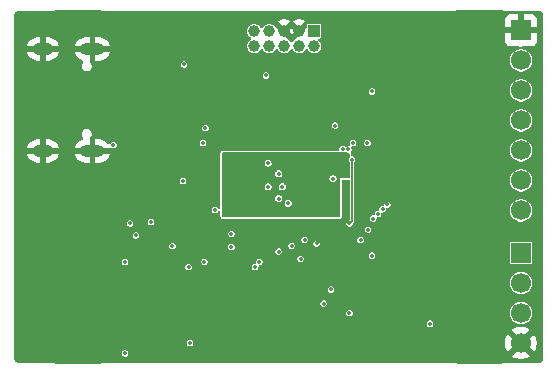
<source format=gbr>
%TF.GenerationSoftware,KiCad,Pcbnew,9.0.1+1*%
%TF.CreationDate,2025-09-06T09:54:06+00:00*%
%TF.ProjectId,ZSWatch-Heartrate-DevKit,5a535761-7463-4682-9d48-656172747261,1.3.0*%
%TF.SameCoordinates,Original*%
%TF.FileFunction,Copper,L3,Inr*%
%TF.FilePolarity,Positive*%
%FSLAX46Y46*%
G04 Gerber Fmt 4.6, Leading zero omitted, Abs format (unit mm)*
G04 Created by KiCad (PCBNEW 9.0.1+1) date 2025-09-06 09:54:06*
%MOMM*%
%LPD*%
G01*
G04 APERTURE LIST*
%TA.AperFunction,ComponentPad*%
%ADD10O,2.100000X1.000000*%
%TD*%
%TA.AperFunction,ComponentPad*%
%ADD11O,1.800000X1.000000*%
%TD*%
%TA.AperFunction,ComponentPad*%
%ADD12R,1.700000X1.700000*%
%TD*%
%TA.AperFunction,ComponentPad*%
%ADD13C,1.700000*%
%TD*%
%TA.AperFunction,ComponentPad*%
%ADD14R,1.000000X1.000000*%
%TD*%
%TA.AperFunction,ComponentPad*%
%ADD15C,1.000000*%
%TD*%
%TA.AperFunction,ViaPad*%
%ADD16C,0.350000*%
%TD*%
%TA.AperFunction,Conductor*%
%ADD17C,0.150000*%
%TD*%
G04 APERTURE END LIST*
D10*
%TO.N,GND*%
%TO.C,X401*%
X189430000Y-139710000D03*
D11*
X185250000Y-139710000D03*
D10*
X189430000Y-148350000D03*
D11*
X185250000Y-148350000D03*
%TD*%
D12*
%TO.N,GND*%
%TO.C,J402*%
X225700000Y-138135000D03*
D13*
%TO.N,Net-(IC404-SCLK_{SENSOR})*%
X225700000Y-140675000D03*
%TO.N,Net-(IC404-MISO_{SENSOR})*%
X225700000Y-143215000D03*
%TO.N,Net-(IC404-MOSI_{SENSOR})*%
X225700000Y-145755000D03*
%TO.N,Net-(IC404-CS_{PPG})*%
X225700000Y-148295000D03*
%TO.N,Net-(IC404-CS_{ACC})*%
X225700000Y-150835000D03*
%TO.N,/Project Architecture/Main/STATUS*%
X225700000Y-153375000D03*
%TD*%
D12*
%TO.N,/Project Architecture/Main/SDA*%
%TO.C,J401*%
X225700000Y-156975000D03*
D13*
%TO.N,/Project Architecture/Main/SCL*%
X225700000Y-159515000D03*
%TO.N,/Project Architecture/Main/~{RESET_{HR}}*%
X225700000Y-162055000D03*
%TO.N,GND*%
X225700000Y-164595000D03*
%TD*%
D14*
%TO.N,+1V8*%
%TO.C,X403*%
X208200000Y-138200000D03*
D15*
%TO.N,/Project Architecture/Main/SWDIO*%
X208200000Y-139470000D03*
%TO.N,GND*%
X206930000Y-138200000D03*
%TO.N,/Project Architecture/Main/SWDCLK*%
X206930000Y-139470000D03*
%TO.N,GND*%
X205660000Y-138200000D03*
%TO.N,unconnected-(X403-SWO{slash}TDO-Pad6)*%
X205660000Y-139470000D03*
%TO.N,unconnected-(X403-KEY-Pad7)*%
X204390000Y-138200000D03*
%TO.N,unconnected-(X403-NC{slash}TDI-Pad8)*%
X204390000Y-139470000D03*
%TO.N,unconnected-(X403-GNDDetect-Pad9)*%
X203120000Y-138200000D03*
%TO.N,/Project Architecture/Main/~{RESET}*%
X203120000Y-139470000D03*
%TD*%
D16*
%TO.N,GND*%
X206250000Y-154725000D03*
X190250000Y-158600000D03*
X196625000Y-148025000D03*
X198650000Y-149275000D03*
X202700000Y-154855000D03*
X198234400Y-163700000D03*
X193700000Y-145780000D03*
X220100000Y-155000000D03*
X195000000Y-140200000D03*
X199800000Y-152375000D03*
X220100000Y-147575000D03*
X196300000Y-149225000D03*
X209020000Y-146195000D03*
X206000000Y-157675000D03*
X204220000Y-154755000D03*
X214600000Y-155650000D03*
X196000000Y-144600000D03*
X203350000Y-142650000D03*
X190300000Y-162224600D03*
X200112500Y-143562500D03*
X204175000Y-146225000D03*
X193700000Y-142780000D03*
X214200000Y-148475000D03*
X196150000Y-143750000D03*
X212210000Y-160875000D03*
X195700000Y-164600000D03*
X199000000Y-145450000D03*
X201650000Y-144450000D03*
X212500000Y-157600000D03*
X212200000Y-152175000D03*
X196800000Y-157131200D03*
X212400000Y-158975000D03*
X191200000Y-151775000D03*
X214600000Y-156650000D03*
%TO.N,+1V8*%
X207050000Y-157475000D03*
X212775000Y-155000000D03*
X199800000Y-153335000D03*
X204125000Y-141950000D03*
X198800000Y-147675000D03*
X218000000Y-162975000D03*
X213090000Y-157210000D03*
X197700000Y-164600000D03*
X209980000Y-146195000D03*
%TO.N,PD_GND*%
X206100000Y-148775000D03*
X211000000Y-150275000D03*
X206100000Y-149975000D03*
%TO.N,/Project Architecture/Main/V_{LED}*%
X197100000Y-150875000D03*
X205500000Y-151375000D03*
X204300000Y-151375000D03*
X212700000Y-147675000D03*
%TO.N,/Project Architecture/Main/V_{BAT}*%
X197200000Y-141025000D03*
X191200000Y-147837500D03*
%TO.N,/Project Architecture/Main/INT_{ACC}*%
X201200000Y-155354998D03*
X212140000Y-155890000D03*
%TO.N,/Project Architecture/Main/SCL*%
X203200000Y-158175000D03*
X197563000Y-158175000D03*
%TO.N,/Project Architecture/Main/SDA*%
X203553800Y-157728800D03*
X198900000Y-157728800D03*
%TO.N,/Project Architecture/Main/~{RESET_{HR}}*%
X211190000Y-162055000D03*
%TO.N,/Project Architecture/Main/STATUS*%
X209010000Y-161275000D03*
%TO.N,/Project Architecture/Main/CHARGE*%
X199000000Y-146400000D03*
X194400000Y-154375000D03*
%TO.N,/Project Architecture/Main/SWDIO*%
X193100000Y-155500000D03*
%TO.N,/Project Architecture/Main/SWDCLK*%
X192621000Y-154475000D03*
%TO.N,/Project Architecture/Main/~{RESET}*%
X192200000Y-157728800D03*
X192200000Y-165475000D03*
%TO.N,Net-(D402-K)*%
X209800000Y-150685000D03*
%TO.N,Net-(D403-K)*%
X204300000Y-149375000D03*
%TO.N,Net-(IC404-SCLK_{SENSOR})*%
X205200000Y-156875000D03*
X208400000Y-156180000D03*
X214400000Y-152875000D03*
%TO.N,Net-(IC404-MOSI_{SENSOR})*%
X207400000Y-155867500D03*
X213600000Y-153675000D03*
%TO.N,Net-(IC404-CS_{PPG})*%
X213200000Y-154075000D03*
%TO.N,Net-(IC404-CS_{ACC})*%
X201187500Y-156475000D03*
X209629999Y-160075000D03*
%TO.N,Net-(IC404-INT_{PPG})*%
X211190000Y-154485000D03*
X211400000Y-149075000D03*
%TO.N,Net-(IC404-MISO_{SENSOR})*%
X214000000Y-153275000D03*
X206300000Y-156375000D03*
%TO.N,Net-(IC405-LED3-DRV)*%
X211500000Y-147675000D03*
X205200000Y-150275000D03*
%TO.N,Net-(IC405-LED1-DRV)*%
X205200000Y-152375000D03*
X210600000Y-148175000D03*
%TO.N,Net-(IC405-LED2-DRV)*%
X206000000Y-152775000D03*
X211100000Y-148209314D03*
%TO.N,Net-(M401-P2.03)*%
X213100000Y-143300000D03*
X196202400Y-156400000D03*
%TD*%
D17*
%TO.N,Net-(IC404-INT_{PPG})*%
X211400000Y-154275000D02*
X211400000Y-149075000D01*
X211190000Y-154485000D02*
X211400000Y-154275000D01*
%TD*%
%TA.AperFunction,Conductor*%
%TO.N,PD_GND*%
G36*
X210300000Y-150675000D02*
G01*
X210400000Y-150675000D01*
X210400000Y-153912500D01*
X210381694Y-153956694D01*
X210337500Y-153975000D01*
X200462500Y-153975000D01*
X200418306Y-153956694D01*
X200400000Y-153912500D01*
X200400000Y-152735170D01*
X205697500Y-152735170D01*
X205697500Y-152814829D01*
X205718115Y-152891761D01*
X205718115Y-152891763D01*
X205757939Y-152960738D01*
X205757944Y-152960744D01*
X205814255Y-153017055D01*
X205814261Y-153017060D01*
X205883239Y-153056885D01*
X205927654Y-153068786D01*
X205960170Y-153077499D01*
X205960173Y-153077499D01*
X205960175Y-153077500D01*
X205960176Y-153077500D01*
X206039824Y-153077500D01*
X206039825Y-153077500D01*
X206116761Y-153056885D01*
X206185739Y-153017060D01*
X206242060Y-152960739D01*
X206281885Y-152891761D01*
X206302500Y-152814825D01*
X206302500Y-152735175D01*
X206281885Y-152658239D01*
X206281884Y-152658237D01*
X206281884Y-152658236D01*
X206242060Y-152589261D01*
X206242055Y-152589255D01*
X206185744Y-152532944D01*
X206185738Y-152532939D01*
X206116762Y-152493115D01*
X206039829Y-152472500D01*
X206039825Y-152472500D01*
X205960175Y-152472500D01*
X205960170Y-152472500D01*
X205883238Y-152493115D01*
X205883236Y-152493115D01*
X205814261Y-152532939D01*
X205814255Y-152532944D01*
X205757944Y-152589255D01*
X205757939Y-152589261D01*
X205718115Y-152658236D01*
X205718115Y-152658238D01*
X205697500Y-152735170D01*
X200400000Y-152735170D01*
X200400000Y-152335170D01*
X204897500Y-152335170D01*
X204897500Y-152414829D01*
X204918115Y-152491761D01*
X204918115Y-152491763D01*
X204957939Y-152560738D01*
X204957944Y-152560744D01*
X205014255Y-152617055D01*
X205014261Y-152617060D01*
X205083239Y-152656885D01*
X205127654Y-152668786D01*
X205160170Y-152677499D01*
X205160173Y-152677499D01*
X205160175Y-152677500D01*
X205160176Y-152677500D01*
X205239824Y-152677500D01*
X205239825Y-152677500D01*
X205239829Y-152677499D01*
X205265170Y-152670709D01*
X205265170Y-152670708D01*
X205316761Y-152656885D01*
X205385739Y-152617060D01*
X205442060Y-152560739D01*
X205481885Y-152491761D01*
X205502500Y-152414825D01*
X205502500Y-152335175D01*
X205481885Y-152258239D01*
X205481884Y-152258237D01*
X205481884Y-152258236D01*
X205442060Y-152189261D01*
X205442055Y-152189255D01*
X205385744Y-152132944D01*
X205385738Y-152132939D01*
X205316762Y-152093115D01*
X205239829Y-152072500D01*
X205239825Y-152072500D01*
X205160175Y-152072500D01*
X205160170Y-152072500D01*
X205083238Y-152093115D01*
X205083236Y-152093115D01*
X205014261Y-152132939D01*
X205014255Y-152132944D01*
X204957944Y-152189255D01*
X204957939Y-152189261D01*
X204918115Y-152258236D01*
X204918115Y-152258238D01*
X204897500Y-152335170D01*
X200400000Y-152335170D01*
X200400000Y-151335170D01*
X203997500Y-151335170D01*
X203997500Y-151414829D01*
X204018115Y-151491761D01*
X204018115Y-151491763D01*
X204057939Y-151560738D01*
X204057944Y-151560744D01*
X204114255Y-151617055D01*
X204114261Y-151617060D01*
X204183239Y-151656885D01*
X204227654Y-151668786D01*
X204260170Y-151677499D01*
X204260173Y-151677499D01*
X204260175Y-151677500D01*
X204260176Y-151677500D01*
X204339824Y-151677500D01*
X204339825Y-151677500D01*
X204416761Y-151656885D01*
X204485739Y-151617060D01*
X204542060Y-151560739D01*
X204581885Y-151491761D01*
X204602500Y-151414825D01*
X204602500Y-151335175D01*
X204602499Y-151335170D01*
X205197500Y-151335170D01*
X205197500Y-151414829D01*
X205218115Y-151491761D01*
X205218115Y-151491763D01*
X205257939Y-151560738D01*
X205257944Y-151560744D01*
X205314255Y-151617055D01*
X205314261Y-151617060D01*
X205383239Y-151656885D01*
X205427654Y-151668786D01*
X205460170Y-151677499D01*
X205460173Y-151677499D01*
X205460175Y-151677500D01*
X205460176Y-151677500D01*
X205539824Y-151677500D01*
X205539825Y-151677500D01*
X205616761Y-151656885D01*
X205685739Y-151617060D01*
X205742060Y-151560739D01*
X205781885Y-151491761D01*
X205802500Y-151414825D01*
X205802500Y-151335175D01*
X205781885Y-151258239D01*
X205781884Y-151258237D01*
X205781884Y-151258236D01*
X205742060Y-151189261D01*
X205742055Y-151189255D01*
X205685744Y-151132944D01*
X205685738Y-151132939D01*
X205616762Y-151093115D01*
X205539829Y-151072500D01*
X205539825Y-151072500D01*
X205460175Y-151072500D01*
X205460170Y-151072500D01*
X205383238Y-151093115D01*
X205383236Y-151093115D01*
X205314261Y-151132939D01*
X205314255Y-151132944D01*
X205257944Y-151189255D01*
X205257939Y-151189261D01*
X205218115Y-151258236D01*
X205218115Y-151258238D01*
X205197500Y-151335170D01*
X204602499Y-151335170D01*
X204581885Y-151258239D01*
X204581884Y-151258237D01*
X204581884Y-151258236D01*
X204542060Y-151189261D01*
X204542055Y-151189255D01*
X204485744Y-151132944D01*
X204485738Y-151132939D01*
X204416762Y-151093115D01*
X204339829Y-151072500D01*
X204339825Y-151072500D01*
X204260175Y-151072500D01*
X204260170Y-151072500D01*
X204183238Y-151093115D01*
X204183236Y-151093115D01*
X204114261Y-151132939D01*
X204114255Y-151132944D01*
X204057944Y-151189255D01*
X204057939Y-151189261D01*
X204018115Y-151258236D01*
X204018115Y-151258238D01*
X203997500Y-151335170D01*
X200400000Y-151335170D01*
X200400000Y-150645170D01*
X209497500Y-150645170D01*
X209497500Y-150724829D01*
X209518115Y-150801761D01*
X209518115Y-150801763D01*
X209557939Y-150870738D01*
X209557944Y-150870744D01*
X209614255Y-150927055D01*
X209614261Y-150927060D01*
X209683239Y-150966885D01*
X209727654Y-150978786D01*
X209760170Y-150987499D01*
X209760173Y-150987499D01*
X209760175Y-150987500D01*
X209760176Y-150987500D01*
X209839824Y-150987500D01*
X209839825Y-150987500D01*
X209916761Y-150966885D01*
X209985739Y-150927060D01*
X210042060Y-150870739D01*
X210081885Y-150801761D01*
X210102500Y-150724825D01*
X210102500Y-150645175D01*
X210081885Y-150568239D01*
X210081884Y-150568237D01*
X210081884Y-150568236D01*
X210042060Y-150499261D01*
X210042055Y-150499255D01*
X209985744Y-150442944D01*
X209985738Y-150442939D01*
X209916762Y-150403115D01*
X209839829Y-150382500D01*
X209839825Y-150382500D01*
X209760175Y-150382500D01*
X209760170Y-150382500D01*
X209683238Y-150403115D01*
X209683236Y-150403115D01*
X209614261Y-150442939D01*
X209614255Y-150442944D01*
X209557944Y-150499255D01*
X209557939Y-150499261D01*
X209518115Y-150568236D01*
X209518115Y-150568238D01*
X209497500Y-150645170D01*
X200400000Y-150645170D01*
X200400000Y-150235170D01*
X204897500Y-150235170D01*
X204897500Y-150314829D01*
X204918115Y-150391761D01*
X204918115Y-150391763D01*
X204957939Y-150460738D01*
X204957944Y-150460744D01*
X205014255Y-150517055D01*
X205014261Y-150517060D01*
X205083239Y-150556885D01*
X205125601Y-150568236D01*
X205160170Y-150577499D01*
X205160173Y-150577499D01*
X205160175Y-150577500D01*
X205160176Y-150577500D01*
X205239824Y-150577500D01*
X205239825Y-150577500D01*
X205316761Y-150556885D01*
X205385739Y-150517060D01*
X205442060Y-150460739D01*
X205481885Y-150391761D01*
X205502500Y-150314825D01*
X205502500Y-150235175D01*
X205481885Y-150158239D01*
X205481884Y-150158237D01*
X205481884Y-150158236D01*
X205442060Y-150089261D01*
X205442055Y-150089255D01*
X205385744Y-150032944D01*
X205385738Y-150032939D01*
X205316762Y-149993115D01*
X205239829Y-149972500D01*
X205239825Y-149972500D01*
X205160175Y-149972500D01*
X205160170Y-149972500D01*
X205083238Y-149993115D01*
X205083236Y-149993115D01*
X205014261Y-150032939D01*
X205014255Y-150032944D01*
X204957944Y-150089255D01*
X204957939Y-150089261D01*
X204918115Y-150158236D01*
X204918115Y-150158238D01*
X204897500Y-150235170D01*
X200400000Y-150235170D01*
X200400000Y-149335170D01*
X203997500Y-149335170D01*
X203997500Y-149414829D01*
X204018115Y-149491761D01*
X204018115Y-149491763D01*
X204057939Y-149560738D01*
X204057944Y-149560744D01*
X204114255Y-149617055D01*
X204114261Y-149617060D01*
X204183239Y-149656885D01*
X204227654Y-149668786D01*
X204260170Y-149677499D01*
X204260173Y-149677499D01*
X204260175Y-149677500D01*
X204260176Y-149677500D01*
X204339824Y-149677500D01*
X204339825Y-149677500D01*
X204416761Y-149656885D01*
X204485739Y-149617060D01*
X204542060Y-149560739D01*
X204581885Y-149491761D01*
X204602500Y-149414825D01*
X204602500Y-149335175D01*
X204581885Y-149258239D01*
X204581884Y-149258237D01*
X204581884Y-149258236D01*
X204542060Y-149189261D01*
X204542055Y-149189255D01*
X204485744Y-149132944D01*
X204485738Y-149132939D01*
X204416762Y-149093115D01*
X204339829Y-149072500D01*
X204339825Y-149072500D01*
X204260175Y-149072500D01*
X204260170Y-149072500D01*
X204183238Y-149093115D01*
X204183236Y-149093115D01*
X204114261Y-149132939D01*
X204114255Y-149132944D01*
X204057944Y-149189255D01*
X204057939Y-149189261D01*
X204018115Y-149258236D01*
X204018115Y-149258238D01*
X203997500Y-149335170D01*
X200400000Y-149335170D01*
X200400000Y-148537500D01*
X200418306Y-148493306D01*
X200462500Y-148475000D01*
X210300000Y-148475000D01*
X210300000Y-150675000D01*
G37*
%TD.AperFunction*%
%TD*%
%TA.AperFunction,Conductor*%
%TO.N,PD_GND*%
G36*
X211002514Y-148476128D02*
G01*
X211012098Y-148475942D01*
X211028772Y-148478009D01*
X211045200Y-148484814D01*
X211083659Y-148484814D01*
X211091257Y-148485756D01*
X211116574Y-148496728D01*
X211143039Y-148504499D01*
X211148170Y-148510421D01*
X211155365Y-148513539D01*
X211170731Y-148536458D01*
X211188794Y-148557303D01*
X211189909Y-148565060D01*
X211194275Y-148571572D01*
X211200000Y-148608814D01*
X211200000Y-148834023D01*
X211180315Y-148901062D01*
X211169048Y-148915043D01*
X211166444Y-148918940D01*
X211166443Y-148918941D01*
X211166443Y-148918942D01*
X211124500Y-149020200D01*
X211124500Y-149129800D01*
X211166443Y-149231058D01*
X211166444Y-149231059D01*
X211173228Y-149241212D01*
X211171400Y-149242433D01*
X211197166Y-149289619D01*
X211200000Y-149315977D01*
X211200000Y-150551000D01*
X211180315Y-150618039D01*
X211127511Y-150663794D01*
X211076000Y-150675000D01*
X210300000Y-150675000D01*
X210300000Y-148475000D01*
X210996841Y-148475000D01*
X211002514Y-148476128D01*
G37*
%TD.AperFunction*%
%TD*%
%TA.AperFunction,Conductor*%
%TO.N,GND*%
G36*
X190090690Y-136416612D02*
G01*
X190145413Y-136448207D01*
X190247273Y-136475500D01*
X190247275Y-136475500D01*
X220152725Y-136475500D01*
X220152727Y-136475500D01*
X220254587Y-136448207D01*
X220309309Y-136416612D01*
X220371309Y-136400000D01*
X224028691Y-136400000D01*
X224090690Y-136416612D01*
X224145413Y-136448207D01*
X224247273Y-136475500D01*
X224280009Y-136475500D01*
X227173071Y-136475500D01*
X227191873Y-136475500D01*
X227208058Y-136476561D01*
X227243134Y-136481178D01*
X227287214Y-136486982D01*
X227318479Y-136495359D01*
X227384665Y-136522774D01*
X227412699Y-136538960D01*
X227469537Y-136582574D01*
X227492425Y-136605462D01*
X227536039Y-136662300D01*
X227552225Y-136690335D01*
X227579639Y-136756519D01*
X227588017Y-136787784D01*
X227598439Y-136866940D01*
X227599500Y-136883127D01*
X227599500Y-165891872D01*
X227598439Y-165908059D01*
X227588017Y-165987215D01*
X227579639Y-166018480D01*
X227552225Y-166084664D01*
X227536039Y-166112699D01*
X227492425Y-166169537D01*
X227469537Y-166192425D01*
X227412699Y-166236039D01*
X227384664Y-166252225D01*
X227318480Y-166279639D01*
X227287215Y-166288017D01*
X227224008Y-166296339D01*
X227208057Y-166298439D01*
X227191873Y-166299500D01*
X224247273Y-166299500D01*
X224145413Y-166326793D01*
X224145410Y-166326794D01*
X224086783Y-166360642D01*
X224054087Y-166379520D01*
X224054086Y-166379520D01*
X224047390Y-166383387D01*
X223985390Y-166400000D01*
X220442755Y-166400000D01*
X220375716Y-166380315D01*
X220355074Y-166363681D01*
X220345914Y-166354521D01*
X220345913Y-166354520D01*
X220254587Y-166301793D01*
X220152727Y-166274500D01*
X220119991Y-166274500D01*
X190326929Y-166274500D01*
X190300000Y-166274500D01*
X190247273Y-166274500D01*
X190145413Y-166301793D01*
X190145410Y-166301794D01*
X190054085Y-166354521D01*
X190044926Y-166363681D01*
X189983603Y-166397166D01*
X189957245Y-166400000D01*
X186414610Y-166400000D01*
X186352610Y-166383387D01*
X186345914Y-166379521D01*
X186345913Y-166379520D01*
X186254587Y-166326793D01*
X186152727Y-166299500D01*
X186152726Y-166299500D01*
X183208127Y-166299500D01*
X183191942Y-166298439D01*
X183172563Y-166295887D01*
X183112784Y-166288017D01*
X183081519Y-166279639D01*
X183015335Y-166252225D01*
X182987300Y-166236039D01*
X182930462Y-166192425D01*
X182907574Y-166169537D01*
X182863960Y-166112699D01*
X182847774Y-166084664D01*
X182820360Y-166018480D01*
X182811982Y-165987213D01*
X182801561Y-165908057D01*
X182800500Y-165891872D01*
X182800500Y-165420200D01*
X191924500Y-165420200D01*
X191924500Y-165529800D01*
X191966443Y-165631058D01*
X192043942Y-165708557D01*
X192145200Y-165750500D01*
X192145201Y-165750500D01*
X192254799Y-165750500D01*
X192254800Y-165750500D01*
X192356058Y-165708557D01*
X192433557Y-165631058D01*
X192475500Y-165529800D01*
X192475500Y-165420200D01*
X192433557Y-165318942D01*
X192356058Y-165241443D01*
X192254800Y-165199500D01*
X192145200Y-165199500D01*
X192145199Y-165199500D01*
X192043940Y-165241444D01*
X191966444Y-165318940D01*
X191966443Y-165318941D01*
X191966443Y-165318942D01*
X191924500Y-165420200D01*
X182800500Y-165420200D01*
X182800500Y-164545200D01*
X197424500Y-164545200D01*
X197424500Y-164654800D01*
X197466443Y-164756058D01*
X197543942Y-164833557D01*
X197645200Y-164875500D01*
X197645201Y-164875500D01*
X197754799Y-164875500D01*
X197754800Y-164875500D01*
X197856058Y-164833557D01*
X197933557Y-164756058D01*
X197975500Y-164654800D01*
X197975500Y-164545200D01*
X197975499Y-164545199D01*
X197975499Y-164545196D01*
X197969757Y-164531334D01*
X197969756Y-164531332D01*
X197952119Y-164488753D01*
X224350000Y-164488753D01*
X224350000Y-164701246D01*
X224383242Y-164911127D01*
X224383242Y-164911130D01*
X224448904Y-165113217D01*
X224545375Y-165302550D01*
X224584728Y-165356716D01*
X225217037Y-164724408D01*
X225234075Y-164787993D01*
X225299901Y-164902007D01*
X225392993Y-164995099D01*
X225507007Y-165060925D01*
X225570590Y-165077962D01*
X224938282Y-165710269D01*
X224938282Y-165710270D01*
X224992449Y-165749624D01*
X225181782Y-165846095D01*
X225383870Y-165911757D01*
X225593754Y-165945000D01*
X225806246Y-165945000D01*
X226016127Y-165911757D01*
X226016130Y-165911757D01*
X226218217Y-165846095D01*
X226407554Y-165749622D01*
X226461716Y-165710270D01*
X226461717Y-165710270D01*
X225829408Y-165077962D01*
X225892993Y-165060925D01*
X226007007Y-164995099D01*
X226100099Y-164902007D01*
X226165925Y-164787993D01*
X226182962Y-164724409D01*
X226815270Y-165356717D01*
X226815270Y-165356716D01*
X226854622Y-165302554D01*
X226951095Y-165113217D01*
X227016757Y-164911130D01*
X227016757Y-164911127D01*
X227050000Y-164701246D01*
X227050000Y-164488753D01*
X227016757Y-164278872D01*
X227016757Y-164278869D01*
X226951095Y-164076782D01*
X226854624Y-163887449D01*
X226815270Y-163833282D01*
X226815269Y-163833282D01*
X226182962Y-164465590D01*
X226165925Y-164402007D01*
X226100099Y-164287993D01*
X226007007Y-164194901D01*
X225892993Y-164129075D01*
X225829409Y-164112037D01*
X226461716Y-163479728D01*
X226407550Y-163440375D01*
X226218217Y-163343904D01*
X226016128Y-163278242D01*
X225814730Y-163246343D01*
X225751595Y-163216414D01*
X225714664Y-163157102D01*
X225715662Y-163087239D01*
X225754272Y-163029007D01*
X225809933Y-163002254D01*
X225977251Y-162968973D01*
X226150231Y-162897322D01*
X226305908Y-162793302D01*
X226438302Y-162660908D01*
X226542322Y-162505231D01*
X226613973Y-162332251D01*
X226650500Y-162148616D01*
X226650500Y-161961384D01*
X226613973Y-161777749D01*
X226542322Y-161604769D01*
X226542321Y-161604768D01*
X226542318Y-161604762D01*
X226438302Y-161449092D01*
X226438299Y-161449088D01*
X226305911Y-161316700D01*
X226305907Y-161316697D01*
X226150237Y-161212681D01*
X226150228Y-161212676D01*
X225977251Y-161141027D01*
X225977243Y-161141025D01*
X225793620Y-161104500D01*
X225793616Y-161104500D01*
X225606384Y-161104500D01*
X225606379Y-161104500D01*
X225422756Y-161141025D01*
X225422748Y-161141027D01*
X225249771Y-161212676D01*
X225249762Y-161212681D01*
X225094092Y-161316697D01*
X225094088Y-161316700D01*
X224961700Y-161449088D01*
X224961697Y-161449092D01*
X224857681Y-161604762D01*
X224857676Y-161604771D01*
X224786027Y-161777748D01*
X224786025Y-161777756D01*
X224749500Y-161961379D01*
X224749500Y-162148620D01*
X224786025Y-162332243D01*
X224786027Y-162332251D01*
X224857676Y-162505228D01*
X224857681Y-162505237D01*
X224961697Y-162660907D01*
X224961700Y-162660911D01*
X225094088Y-162793299D01*
X225094092Y-162793302D01*
X225249762Y-162897318D01*
X225249768Y-162897321D01*
X225249769Y-162897322D01*
X225422749Y-162968973D01*
X225590064Y-163002253D01*
X225651973Y-163034637D01*
X225686547Y-163095353D01*
X225682808Y-163165122D01*
X225641942Y-163221794D01*
X225585269Y-163246343D01*
X225383872Y-163278242D01*
X225383869Y-163278242D01*
X225181782Y-163343904D01*
X224992439Y-163440380D01*
X224938282Y-163479727D01*
X224938282Y-163479728D01*
X225570591Y-164112037D01*
X225507007Y-164129075D01*
X225392993Y-164194901D01*
X225299901Y-164287993D01*
X225234075Y-164402007D01*
X225217037Y-164465591D01*
X224584728Y-163833282D01*
X224584727Y-163833282D01*
X224545380Y-163887439D01*
X224448904Y-164076782D01*
X224383242Y-164278869D01*
X224383242Y-164278872D01*
X224350000Y-164488753D01*
X197952119Y-164488753D01*
X197933558Y-164443944D01*
X197933557Y-164443943D01*
X197933557Y-164443942D01*
X197856058Y-164366443D01*
X197754800Y-164324500D01*
X197645200Y-164324500D01*
X197645199Y-164324500D01*
X197543940Y-164366444D01*
X197466444Y-164443940D01*
X197424502Y-164545196D01*
X197424500Y-164545200D01*
X182800500Y-164545200D01*
X182800500Y-162920200D01*
X217724500Y-162920200D01*
X217724500Y-163029800D01*
X217766443Y-163131058D01*
X217843942Y-163208557D01*
X217945200Y-163250500D01*
X217945201Y-163250500D01*
X218054799Y-163250500D01*
X218054800Y-163250500D01*
X218156058Y-163208557D01*
X218233557Y-163131058D01*
X218275500Y-163029800D01*
X218275500Y-162920200D01*
X218233557Y-162818942D01*
X218156058Y-162741443D01*
X218054800Y-162699500D01*
X217945200Y-162699500D01*
X217945199Y-162699500D01*
X217843940Y-162741444D01*
X217766444Y-162818940D01*
X217733977Y-162897322D01*
X217724500Y-162920200D01*
X182800500Y-162920200D01*
X182800500Y-162000200D01*
X210914500Y-162000200D01*
X210914500Y-162109800D01*
X210956443Y-162211058D01*
X211033942Y-162288557D01*
X211135200Y-162330500D01*
X211135201Y-162330500D01*
X211244799Y-162330500D01*
X211244800Y-162330500D01*
X211346058Y-162288557D01*
X211423557Y-162211058D01*
X211465500Y-162109800D01*
X211465500Y-162000200D01*
X211465499Y-162000198D01*
X211465498Y-162000192D01*
X211423558Y-161898944D01*
X211423557Y-161898943D01*
X211423557Y-161898942D01*
X211346058Y-161821443D01*
X211244800Y-161779500D01*
X211135200Y-161779500D01*
X211135199Y-161779500D01*
X211033940Y-161821444D01*
X210956444Y-161898940D01*
X210956443Y-161898941D01*
X210956443Y-161898942D01*
X210914500Y-162000200D01*
X182800500Y-162000200D01*
X182800500Y-161220200D01*
X208734500Y-161220200D01*
X208734500Y-161329800D01*
X208776443Y-161431058D01*
X208853942Y-161508557D01*
X208955200Y-161550500D01*
X208955201Y-161550500D01*
X209064799Y-161550500D01*
X209064800Y-161550500D01*
X209166058Y-161508557D01*
X209243557Y-161431058D01*
X209285500Y-161329800D01*
X209285500Y-161220200D01*
X209243557Y-161118942D01*
X209166058Y-161041443D01*
X209064800Y-160999500D01*
X208955200Y-160999500D01*
X208955199Y-160999500D01*
X208853940Y-161041444D01*
X208776444Y-161118940D01*
X208737615Y-161212681D01*
X208734500Y-161220200D01*
X182800500Y-161220200D01*
X182800500Y-160020200D01*
X209354499Y-160020200D01*
X209354499Y-160129800D01*
X209396442Y-160231058D01*
X209473941Y-160308557D01*
X209575199Y-160350500D01*
X209575200Y-160350500D01*
X209684798Y-160350500D01*
X209684799Y-160350500D01*
X209786057Y-160308557D01*
X209863556Y-160231058D01*
X209905499Y-160129800D01*
X209905499Y-160020200D01*
X209863556Y-159918942D01*
X209786057Y-159841443D01*
X209684799Y-159799500D01*
X209575199Y-159799500D01*
X209575198Y-159799500D01*
X209473939Y-159841444D01*
X209396443Y-159918940D01*
X209396442Y-159918941D01*
X209396442Y-159918942D01*
X209354499Y-160020200D01*
X182800500Y-160020200D01*
X182800500Y-159421379D01*
X224749500Y-159421379D01*
X224749500Y-159608620D01*
X224786025Y-159792243D01*
X224786027Y-159792251D01*
X224857676Y-159965228D01*
X224857681Y-159965237D01*
X224961697Y-160120907D01*
X224961700Y-160120911D01*
X225094088Y-160253299D01*
X225094092Y-160253302D01*
X225249762Y-160357318D01*
X225249768Y-160357321D01*
X225249769Y-160357322D01*
X225422749Y-160428973D01*
X225606379Y-160465499D01*
X225606383Y-160465500D01*
X225606384Y-160465500D01*
X225793617Y-160465500D01*
X225793618Y-160465499D01*
X225977251Y-160428973D01*
X226150231Y-160357322D01*
X226305908Y-160253302D01*
X226438302Y-160120908D01*
X226542322Y-159965231D01*
X226613973Y-159792251D01*
X226650500Y-159608616D01*
X226650500Y-159421384D01*
X226613973Y-159237749D01*
X226542322Y-159064769D01*
X226542321Y-159064768D01*
X226542318Y-159064762D01*
X226438302Y-158909092D01*
X226438299Y-158909088D01*
X226305911Y-158776700D01*
X226305907Y-158776697D01*
X226150237Y-158672681D01*
X226150228Y-158672676D01*
X225977251Y-158601027D01*
X225977243Y-158601025D01*
X225793620Y-158564500D01*
X225793616Y-158564500D01*
X225606384Y-158564500D01*
X225606379Y-158564500D01*
X225422756Y-158601025D01*
X225422748Y-158601027D01*
X225249771Y-158672676D01*
X225249762Y-158672681D01*
X225094092Y-158776697D01*
X225094088Y-158776700D01*
X224961700Y-158909088D01*
X224961697Y-158909092D01*
X224857681Y-159064762D01*
X224857676Y-159064771D01*
X224786027Y-159237748D01*
X224786025Y-159237756D01*
X224749500Y-159421379D01*
X182800500Y-159421379D01*
X182800500Y-158120200D01*
X197287500Y-158120200D01*
X197287500Y-158229800D01*
X197329443Y-158331058D01*
X197406942Y-158408557D01*
X197508200Y-158450500D01*
X197508201Y-158450500D01*
X197617799Y-158450500D01*
X197617800Y-158450500D01*
X197719058Y-158408557D01*
X197796557Y-158331058D01*
X197838500Y-158229800D01*
X197838500Y-158120200D01*
X202924500Y-158120200D01*
X202924500Y-158229800D01*
X202966443Y-158331058D01*
X203043942Y-158408557D01*
X203145200Y-158450500D01*
X203145201Y-158450500D01*
X203254799Y-158450500D01*
X203254800Y-158450500D01*
X203356058Y-158408557D01*
X203433557Y-158331058D01*
X203475500Y-158229800D01*
X203475500Y-158128300D01*
X203495185Y-158061261D01*
X203547989Y-158015506D01*
X203599500Y-158004300D01*
X203608599Y-158004300D01*
X203608600Y-158004300D01*
X203709858Y-157962357D01*
X203787357Y-157884858D01*
X203829300Y-157783600D01*
X203829300Y-157674000D01*
X203787357Y-157572742D01*
X203709858Y-157495243D01*
X203608600Y-157453300D01*
X203499000Y-157453300D01*
X203498999Y-157453300D01*
X203397740Y-157495244D01*
X203320244Y-157572740D01*
X203278300Y-157673999D01*
X203278300Y-157775500D01*
X203258615Y-157842539D01*
X203205811Y-157888294D01*
X203154300Y-157899500D01*
X203145199Y-157899500D01*
X203043940Y-157941444D01*
X202966444Y-158018940D01*
X202966443Y-158018941D01*
X202966443Y-158018942D01*
X202924500Y-158120200D01*
X197838500Y-158120200D01*
X197796557Y-158018942D01*
X197719058Y-157941443D01*
X197617800Y-157899500D01*
X197508200Y-157899500D01*
X197508199Y-157899500D01*
X197406940Y-157941444D01*
X197329444Y-158018940D01*
X197329443Y-158018941D01*
X197329443Y-158018942D01*
X197287500Y-158120200D01*
X182800500Y-158120200D01*
X182800500Y-157674000D01*
X191924500Y-157674000D01*
X191924500Y-157783600D01*
X191966443Y-157884858D01*
X192043942Y-157962357D01*
X192145200Y-158004300D01*
X192145201Y-158004300D01*
X192254799Y-158004300D01*
X192254800Y-158004300D01*
X192356058Y-157962357D01*
X192433557Y-157884858D01*
X192475500Y-157783600D01*
X192475500Y-157674000D01*
X198624500Y-157674000D01*
X198624500Y-157783600D01*
X198666443Y-157884858D01*
X198743942Y-157962357D01*
X198845200Y-158004300D01*
X198845201Y-158004300D01*
X198954799Y-158004300D01*
X198954800Y-158004300D01*
X199056058Y-157962357D01*
X199133557Y-157884858D01*
X199175500Y-157783600D01*
X199175500Y-157674000D01*
X199133557Y-157572742D01*
X199056058Y-157495243D01*
X198954800Y-157453300D01*
X198845200Y-157453300D01*
X198845199Y-157453300D01*
X198743940Y-157495244D01*
X198666444Y-157572740D01*
X198666443Y-157572741D01*
X198666443Y-157572742D01*
X198624500Y-157674000D01*
X192475500Y-157674000D01*
X192433557Y-157572742D01*
X192356058Y-157495243D01*
X192254800Y-157453300D01*
X192145200Y-157453300D01*
X192145199Y-157453300D01*
X192043940Y-157495244D01*
X191966444Y-157572740D01*
X191966443Y-157572741D01*
X191966443Y-157572742D01*
X191924500Y-157674000D01*
X182800500Y-157674000D01*
X182800500Y-157420200D01*
X206774500Y-157420200D01*
X206774500Y-157529800D01*
X206816443Y-157631058D01*
X206893942Y-157708557D01*
X206995200Y-157750500D01*
X206995201Y-157750500D01*
X207104799Y-157750500D01*
X207104800Y-157750500D01*
X207206058Y-157708557D01*
X207283557Y-157631058D01*
X207325500Y-157529800D01*
X207325500Y-157420200D01*
X207283557Y-157318942D01*
X207206058Y-157241443D01*
X207104800Y-157199500D01*
X206995200Y-157199500D01*
X206995199Y-157199500D01*
X206893940Y-157241444D01*
X206816444Y-157318940D01*
X206816443Y-157318941D01*
X206816443Y-157318942D01*
X206774500Y-157420200D01*
X182800500Y-157420200D01*
X182800500Y-157155200D01*
X212814500Y-157155200D01*
X212814500Y-157264800D01*
X212856443Y-157366058D01*
X212933942Y-157443557D01*
X213035200Y-157485500D01*
X213035201Y-157485500D01*
X213144799Y-157485500D01*
X213144800Y-157485500D01*
X213246058Y-157443557D01*
X213323557Y-157366058D01*
X213365500Y-157264800D01*
X213365500Y-157155200D01*
X213323557Y-157053942D01*
X213246058Y-156976443D01*
X213144800Y-156934500D01*
X213035200Y-156934500D01*
X213035199Y-156934500D01*
X212933940Y-156976444D01*
X212856444Y-157053940D01*
X212816447Y-157150500D01*
X212814500Y-157155200D01*
X182800500Y-157155200D01*
X182800500Y-156820200D01*
X204924500Y-156820200D01*
X204924500Y-156929800D01*
X204966443Y-157031058D01*
X205043942Y-157108557D01*
X205145200Y-157150500D01*
X205145201Y-157150500D01*
X205254799Y-157150500D01*
X205254800Y-157150500D01*
X205356058Y-157108557D01*
X205433557Y-157031058D01*
X205475500Y-156929800D01*
X205475500Y-156820200D01*
X205433557Y-156718942D01*
X205356058Y-156641443D01*
X205254800Y-156599500D01*
X205145200Y-156599500D01*
X205145199Y-156599500D01*
X205043940Y-156641444D01*
X204966444Y-156718940D01*
X204966443Y-156718941D01*
X204966443Y-156718942D01*
X204924500Y-156820200D01*
X182800500Y-156820200D01*
X182800500Y-156345200D01*
X195926900Y-156345200D01*
X195926900Y-156454800D01*
X195968843Y-156556058D01*
X196046342Y-156633557D01*
X196147600Y-156675500D01*
X196147601Y-156675500D01*
X196257199Y-156675500D01*
X196257200Y-156675500D01*
X196358458Y-156633557D01*
X196435957Y-156556058D01*
X196477900Y-156454800D01*
X196477900Y-156420200D01*
X200912000Y-156420200D01*
X200912000Y-156529800D01*
X200953943Y-156631058D01*
X201031442Y-156708557D01*
X201132700Y-156750500D01*
X201132701Y-156750500D01*
X201242299Y-156750500D01*
X201242300Y-156750500D01*
X201343558Y-156708557D01*
X201421057Y-156631058D01*
X201463000Y-156529800D01*
X201463000Y-156420200D01*
X201421578Y-156320200D01*
X206024500Y-156320200D01*
X206024500Y-156429800D01*
X206066443Y-156531058D01*
X206143942Y-156608557D01*
X206245200Y-156650500D01*
X206245201Y-156650500D01*
X206354799Y-156650500D01*
X206354800Y-156650500D01*
X206456058Y-156608557D01*
X206533557Y-156531058D01*
X206575500Y-156429800D01*
X206575500Y-156320200D01*
X206533557Y-156218942D01*
X206456058Y-156141443D01*
X206354800Y-156099500D01*
X206245200Y-156099500D01*
X206245199Y-156099500D01*
X206143940Y-156141444D01*
X206066444Y-156218940D01*
X206066443Y-156218941D01*
X206066443Y-156218942D01*
X206024500Y-156320200D01*
X201421578Y-156320200D01*
X201421057Y-156318942D01*
X201343558Y-156241443D01*
X201242300Y-156199500D01*
X201132700Y-156199500D01*
X201132699Y-156199500D01*
X201085768Y-156218940D01*
X201047480Y-156234800D01*
X201031440Y-156241444D01*
X200953944Y-156318940D01*
X200953943Y-156318941D01*
X200953943Y-156318942D01*
X200946853Y-156336058D01*
X200914752Y-156413557D01*
X200912000Y-156420200D01*
X196477900Y-156420200D01*
X196477900Y-156345200D01*
X196435957Y-156243942D01*
X196358458Y-156166443D01*
X196257200Y-156124500D01*
X196147600Y-156124500D01*
X196147599Y-156124500D01*
X196046340Y-156166444D01*
X195968844Y-156243940D01*
X195930687Y-156336058D01*
X195926900Y-156345200D01*
X182800500Y-156345200D01*
X182800500Y-155812700D01*
X207124500Y-155812700D01*
X207124500Y-155922300D01*
X207166443Y-156023558D01*
X207243942Y-156101057D01*
X207345200Y-156143000D01*
X207345201Y-156143000D01*
X207454799Y-156143000D01*
X207454800Y-156143000D01*
X207497772Y-156125200D01*
X208124500Y-156125200D01*
X208124500Y-156234800D01*
X208166443Y-156336058D01*
X208243942Y-156413557D01*
X208345200Y-156455500D01*
X208345201Y-156455500D01*
X208454799Y-156455500D01*
X208454800Y-156455500D01*
X208556058Y-156413557D01*
X208633557Y-156336058D01*
X208675500Y-156234800D01*
X208675500Y-156125200D01*
X208633557Y-156023942D01*
X208556058Y-155946443D01*
X208454800Y-155904500D01*
X208345200Y-155904500D01*
X208345199Y-155904500D01*
X208273596Y-155934159D01*
X208247909Y-155944800D01*
X208243940Y-155946444D01*
X208166444Y-156023940D01*
X208166443Y-156023941D01*
X208166443Y-156023942D01*
X208163797Y-156030330D01*
X208125181Y-156123557D01*
X208124500Y-156125200D01*
X207497772Y-156125200D01*
X207556058Y-156101057D01*
X207633557Y-156023558D01*
X207675500Y-155922300D01*
X207675500Y-155835200D01*
X211864500Y-155835200D01*
X211864500Y-155944800D01*
X211906443Y-156046058D01*
X211983942Y-156123557D01*
X212085200Y-156165500D01*
X212085201Y-156165500D01*
X212194799Y-156165500D01*
X212194800Y-156165500D01*
X212296058Y-156123557D01*
X212304517Y-156115098D01*
X224749500Y-156115098D01*
X224749500Y-157834894D01*
X224749501Y-157834902D01*
X224755330Y-157864212D01*
X224777542Y-157897457D01*
X224794219Y-157908599D01*
X224810787Y-157919669D01*
X224810790Y-157919669D01*
X224810791Y-157919670D01*
X224820647Y-157921630D01*
X224840101Y-157925500D01*
X226559898Y-157925499D01*
X226589213Y-157919669D01*
X226622457Y-157897457D01*
X226644669Y-157864213D01*
X226650500Y-157834899D01*
X226650499Y-156115102D01*
X226644669Y-156085787D01*
X226644668Y-156085785D01*
X226622457Y-156052542D01*
X226589214Y-156030332D01*
X226589215Y-156030332D01*
X226589213Y-156030331D01*
X226589211Y-156030330D01*
X226589208Y-156030329D01*
X226559901Y-156024500D01*
X224840105Y-156024500D01*
X224840097Y-156024501D01*
X224810787Y-156030330D01*
X224777542Y-156052542D01*
X224755332Y-156085785D01*
X224755329Y-156085791D01*
X224749500Y-156115098D01*
X212304517Y-156115098D01*
X212373557Y-156046058D01*
X212415500Y-155944800D01*
X212415500Y-155835200D01*
X212373557Y-155733942D01*
X212296058Y-155656443D01*
X212194800Y-155614500D01*
X212085200Y-155614500D01*
X212085199Y-155614500D01*
X212013596Y-155644159D01*
X211984872Y-155656058D01*
X211983940Y-155656444D01*
X211906444Y-155733940D01*
X211873820Y-155812701D01*
X211864500Y-155835200D01*
X207675500Y-155835200D01*
X207675500Y-155812700D01*
X207633557Y-155711442D01*
X207556058Y-155633943D01*
X207454800Y-155592000D01*
X207345200Y-155592000D01*
X207345199Y-155592000D01*
X207290881Y-155614500D01*
X207252262Y-155630497D01*
X207243940Y-155633944D01*
X207166444Y-155711440D01*
X207166443Y-155711441D01*
X207166443Y-155711442D01*
X207124500Y-155812700D01*
X182800500Y-155812700D01*
X182800500Y-155445200D01*
X192824500Y-155445200D01*
X192824500Y-155554800D01*
X192866443Y-155656058D01*
X192943942Y-155733557D01*
X193045200Y-155775500D01*
X193045201Y-155775500D01*
X193154799Y-155775500D01*
X193154800Y-155775500D01*
X193256058Y-155733557D01*
X193333557Y-155656058D01*
X193375500Y-155554800D01*
X193375500Y-155445200D01*
X193333557Y-155343942D01*
X193289813Y-155300198D01*
X200924500Y-155300198D01*
X200924500Y-155409798D01*
X200966443Y-155511056D01*
X201043942Y-155588555D01*
X201145200Y-155630498D01*
X201145201Y-155630498D01*
X201254799Y-155630498D01*
X201254800Y-155630498D01*
X201356058Y-155588555D01*
X201433557Y-155511056D01*
X201475500Y-155409798D01*
X201475500Y-155300198D01*
X201433557Y-155198940D01*
X201356058Y-155121441D01*
X201254800Y-155079498D01*
X201145200Y-155079498D01*
X201145199Y-155079498D01*
X201043940Y-155121442D01*
X200966444Y-155198938D01*
X200938482Y-155266444D01*
X200924500Y-155300198D01*
X193289813Y-155300198D01*
X193256058Y-155266443D01*
X193154800Y-155224500D01*
X193045200Y-155224500D01*
X193045199Y-155224500D01*
X192943940Y-155266444D01*
X192866444Y-155343940D01*
X192866443Y-155343941D01*
X192866443Y-155343942D01*
X192824500Y-155445200D01*
X182800500Y-155445200D01*
X182800500Y-154945200D01*
X212499500Y-154945200D01*
X212499500Y-155054800D01*
X212541443Y-155156058D01*
X212618942Y-155233557D01*
X212720200Y-155275500D01*
X212720201Y-155275500D01*
X212829799Y-155275500D01*
X212829800Y-155275500D01*
X212931058Y-155233557D01*
X213008557Y-155156058D01*
X213050500Y-155054800D01*
X213050500Y-154945200D01*
X213008557Y-154843942D01*
X212931058Y-154766443D01*
X212829800Y-154724500D01*
X212720200Y-154724500D01*
X212720199Y-154724500D01*
X212657434Y-154750499D01*
X212633290Y-154760500D01*
X212618940Y-154766444D01*
X212541444Y-154843940D01*
X212541443Y-154843941D01*
X212541443Y-154843942D01*
X212499500Y-154945200D01*
X182800500Y-154945200D01*
X182800500Y-154420200D01*
X192345500Y-154420200D01*
X192345500Y-154529800D01*
X192387443Y-154631058D01*
X192464942Y-154708557D01*
X192566200Y-154750500D01*
X192566201Y-154750500D01*
X192675799Y-154750500D01*
X192675800Y-154750500D01*
X192777058Y-154708557D01*
X192854557Y-154631058D01*
X192896500Y-154529800D01*
X192896500Y-154420200D01*
X192855078Y-154320200D01*
X194124500Y-154320200D01*
X194124500Y-154429800D01*
X194166443Y-154531058D01*
X194243942Y-154608557D01*
X194345200Y-154650500D01*
X194345201Y-154650500D01*
X194454799Y-154650500D01*
X194454800Y-154650500D01*
X194556058Y-154608557D01*
X194633557Y-154531058D01*
X194675500Y-154429800D01*
X194675500Y-154320200D01*
X194633557Y-154218942D01*
X194556058Y-154141443D01*
X194454800Y-154099500D01*
X194345200Y-154099500D01*
X194345199Y-154099500D01*
X194243940Y-154141444D01*
X194166444Y-154218940D01*
X194128763Y-154309909D01*
X194124500Y-154320200D01*
X192855078Y-154320200D01*
X192854557Y-154318942D01*
X192777058Y-154241443D01*
X192675800Y-154199500D01*
X192566200Y-154199500D01*
X192566199Y-154199500D01*
X192464940Y-154241444D01*
X192387444Y-154318940D01*
X192387443Y-154318941D01*
X192387443Y-154318942D01*
X192345500Y-154420200D01*
X182800500Y-154420200D01*
X182800500Y-153280200D01*
X199524500Y-153280200D01*
X199524500Y-153389800D01*
X199566443Y-153491058D01*
X199643942Y-153568557D01*
X199745200Y-153610500D01*
X199745201Y-153610500D01*
X199854799Y-153610500D01*
X199854800Y-153610500D01*
X199956058Y-153568557D01*
X200033557Y-153491058D01*
X200033559Y-153491052D01*
X200040342Y-153480903D01*
X200044106Y-153483418D01*
X200072567Y-153447950D01*
X200138815Y-153425747D01*
X200206550Y-153442884D01*
X200254268Y-153493922D01*
X200267500Y-153549658D01*
X200267500Y-153912504D01*
X200277584Y-153963198D01*
X200277586Y-153963206D01*
X200295894Y-154007405D01*
X200295895Y-154007407D01*
X200309465Y-154032259D01*
X200309470Y-154032264D01*
X200367596Y-154079106D01*
X200367600Y-154079108D01*
X200411794Y-154097414D01*
X200462495Y-154107499D01*
X200462499Y-154107500D01*
X200462500Y-154107500D01*
X210337501Y-154107500D01*
X210337502Y-154107499D01*
X210388206Y-154097414D01*
X210432400Y-154079108D01*
X210457261Y-154065533D01*
X210504059Y-154007461D01*
X210504106Y-154007403D01*
X210504108Y-154007399D01*
X210522414Y-153963206D01*
X210532500Y-153912500D01*
X210532500Y-150904500D01*
X210552185Y-150837461D01*
X210604989Y-150791706D01*
X210656500Y-150780500D01*
X211076000Y-150780500D01*
X211076784Y-150780415D01*
X211087245Y-150779292D01*
X211156004Y-150791697D01*
X211207142Y-150839307D01*
X211224500Y-150902581D01*
X211224500Y-154089972D01*
X211204815Y-154157011D01*
X211152011Y-154202766D01*
X211146383Y-154204584D01*
X211146484Y-154204826D01*
X211135200Y-154209500D01*
X211058082Y-154241444D01*
X211033940Y-154251444D01*
X210956444Y-154328940D01*
X210914666Y-154429800D01*
X210914500Y-154430200D01*
X210914500Y-154539800D01*
X210956443Y-154641058D01*
X211033942Y-154718557D01*
X211135200Y-154760500D01*
X211135201Y-154760500D01*
X211244799Y-154760500D01*
X211244800Y-154760500D01*
X211346058Y-154718557D01*
X211423557Y-154641058D01*
X211465500Y-154539800D01*
X211465500Y-154509057D01*
X211485185Y-154442018D01*
X211501819Y-154421376D01*
X211502996Y-154420199D01*
X211548782Y-154374413D01*
X211575500Y-154309909D01*
X211575500Y-154240091D01*
X211575500Y-154020200D01*
X212924500Y-154020200D01*
X212924500Y-154129800D01*
X212966443Y-154231058D01*
X213043942Y-154308557D01*
X213145200Y-154350500D01*
X213145201Y-154350500D01*
X213254799Y-154350500D01*
X213254800Y-154350500D01*
X213356058Y-154308557D01*
X213433557Y-154231058D01*
X213475500Y-154129800D01*
X213475500Y-154074500D01*
X213495185Y-154007461D01*
X213547989Y-153961706D01*
X213599500Y-153950500D01*
X213654799Y-153950500D01*
X213654800Y-153950500D01*
X213756058Y-153908557D01*
X213833557Y-153831058D01*
X213875500Y-153729800D01*
X213875500Y-153674500D01*
X213895185Y-153607461D01*
X213947989Y-153561706D01*
X213999500Y-153550500D01*
X214054799Y-153550500D01*
X214054800Y-153550500D01*
X214156058Y-153508557D01*
X214233557Y-153431058D01*
X214275500Y-153329800D01*
X214275500Y-153281379D01*
X224749500Y-153281379D01*
X224749500Y-153468620D01*
X224786025Y-153652243D01*
X224786027Y-153652251D01*
X224857676Y-153825228D01*
X224857681Y-153825237D01*
X224961697Y-153980907D01*
X224961700Y-153980911D01*
X225094088Y-154113299D01*
X225094092Y-154113302D01*
X225249762Y-154217318D01*
X225249768Y-154217321D01*
X225249769Y-154217322D01*
X225422749Y-154288973D01*
X225579734Y-154320199D01*
X225606379Y-154325499D01*
X225606383Y-154325500D01*
X225606384Y-154325500D01*
X225793617Y-154325500D01*
X225793618Y-154325499D01*
X225977251Y-154288973D01*
X226150231Y-154217322D01*
X226305908Y-154113302D01*
X226438302Y-153980908D01*
X226542322Y-153825231D01*
X226613973Y-153652251D01*
X226650500Y-153468616D01*
X226650500Y-153281384D01*
X226613973Y-153097749D01*
X226542322Y-152924769D01*
X226542321Y-152924768D01*
X226542318Y-152924762D01*
X226438302Y-152769092D01*
X226438299Y-152769088D01*
X226305911Y-152636700D01*
X226305907Y-152636697D01*
X226150237Y-152532681D01*
X226150228Y-152532676D01*
X225977251Y-152461027D01*
X225977243Y-152461025D01*
X225793620Y-152424500D01*
X225793616Y-152424500D01*
X225606384Y-152424500D01*
X225606379Y-152424500D01*
X225422756Y-152461025D01*
X225422748Y-152461027D01*
X225249771Y-152532676D01*
X225249762Y-152532681D01*
X225094092Y-152636697D01*
X225094088Y-152636700D01*
X224961700Y-152769088D01*
X224961697Y-152769092D01*
X224857681Y-152924762D01*
X224857676Y-152924771D01*
X224786027Y-153097748D01*
X224786025Y-153097756D01*
X224749500Y-153281379D01*
X214275500Y-153281379D01*
X214275500Y-153274500D01*
X214295185Y-153207461D01*
X214347989Y-153161706D01*
X214399500Y-153150500D01*
X214454799Y-153150500D01*
X214454800Y-153150500D01*
X214556058Y-153108557D01*
X214633557Y-153031058D01*
X214675500Y-152929800D01*
X214675500Y-152820200D01*
X214633557Y-152718942D01*
X214556058Y-152641443D01*
X214454800Y-152599500D01*
X214345200Y-152599500D01*
X214345199Y-152599500D01*
X214273596Y-152629159D01*
X214255393Y-152636700D01*
X214243940Y-152641444D01*
X214166444Y-152718940D01*
X214124500Y-152820199D01*
X214124500Y-152875500D01*
X214104815Y-152942539D01*
X214052011Y-152988294D01*
X214000500Y-152999500D01*
X213945199Y-152999500D01*
X213843940Y-153041444D01*
X213766444Y-153118940D01*
X213724500Y-153220199D01*
X213724500Y-153275500D01*
X213704815Y-153342539D01*
X213652011Y-153388294D01*
X213600500Y-153399500D01*
X213545199Y-153399500D01*
X213443940Y-153441444D01*
X213366444Y-153518940D01*
X213324500Y-153620199D01*
X213324500Y-153675500D01*
X213304815Y-153742539D01*
X213252011Y-153788294D01*
X213200500Y-153799500D01*
X213145199Y-153799500D01*
X213043940Y-153841444D01*
X212966444Y-153918940D01*
X212929777Y-154007461D01*
X212924500Y-154020200D01*
X211575500Y-154020200D01*
X211575500Y-150741379D01*
X224749500Y-150741379D01*
X224749500Y-150928620D01*
X224786025Y-151112243D01*
X224786027Y-151112251D01*
X224857676Y-151285228D01*
X224857681Y-151285237D01*
X224961697Y-151440907D01*
X224961700Y-151440911D01*
X225094088Y-151573299D01*
X225094092Y-151573302D01*
X225249762Y-151677318D01*
X225249768Y-151677321D01*
X225249769Y-151677322D01*
X225422749Y-151748973D01*
X225606379Y-151785499D01*
X225606383Y-151785500D01*
X225606384Y-151785500D01*
X225793617Y-151785500D01*
X225793618Y-151785499D01*
X225977251Y-151748973D01*
X226150231Y-151677322D01*
X226305908Y-151573302D01*
X226438302Y-151440908D01*
X226542322Y-151285231D01*
X226613973Y-151112251D01*
X226650500Y-150928616D01*
X226650500Y-150741384D01*
X226613973Y-150557749D01*
X226542322Y-150384769D01*
X226542321Y-150384768D01*
X226542318Y-150384762D01*
X226438302Y-150229092D01*
X226438299Y-150229088D01*
X226305911Y-150096700D01*
X226305907Y-150096697D01*
X226150237Y-149992681D01*
X226150228Y-149992676D01*
X225977251Y-149921027D01*
X225977243Y-149921025D01*
X225793620Y-149884500D01*
X225793616Y-149884500D01*
X225606384Y-149884500D01*
X225606379Y-149884500D01*
X225422756Y-149921025D01*
X225422748Y-149921027D01*
X225249771Y-149992676D01*
X225249762Y-149992681D01*
X225094092Y-150096697D01*
X225094088Y-150096700D01*
X224961700Y-150229088D01*
X224961697Y-150229092D01*
X224857681Y-150384762D01*
X224857676Y-150384771D01*
X224786027Y-150557748D01*
X224786025Y-150557756D01*
X224749500Y-150741379D01*
X211575500Y-150741379D01*
X211575500Y-149340477D01*
X211595185Y-149273438D01*
X211611819Y-149252796D01*
X211619116Y-149245499D01*
X211633557Y-149231058D01*
X211675500Y-149129800D01*
X211675500Y-149020200D01*
X211633557Y-148918942D01*
X211556058Y-148841443D01*
X211454800Y-148799500D01*
X211429500Y-148799500D01*
X211362461Y-148779815D01*
X211316706Y-148727011D01*
X211306814Y-148693503D01*
X211305500Y-148684548D01*
X211305500Y-148608814D01*
X211304275Y-148592784D01*
X211298550Y-148555542D01*
X211281903Y-148512822D01*
X211279852Y-148509763D01*
X211277292Y-148492315D01*
X211280281Y-148471086D01*
X211278440Y-148449725D01*
X211285056Y-148437175D01*
X211287035Y-148423128D01*
X211301027Y-148406884D01*
X211311027Y-148387919D01*
X211312164Y-148386764D01*
X211333557Y-148365372D01*
X211375500Y-148264114D01*
X211375500Y-148201379D01*
X224749500Y-148201379D01*
X224749500Y-148388620D01*
X224786025Y-148572243D01*
X224786027Y-148572251D01*
X224857676Y-148745228D01*
X224857681Y-148745237D01*
X224961697Y-148900907D01*
X224961700Y-148900911D01*
X225094088Y-149033299D01*
X225094092Y-149033302D01*
X225249762Y-149137318D01*
X225249768Y-149137321D01*
X225249769Y-149137322D01*
X225422749Y-149208973D01*
X225606379Y-149245499D01*
X225606383Y-149245500D01*
X225606384Y-149245500D01*
X225793617Y-149245500D01*
X225793618Y-149245499D01*
X225977251Y-149208973D01*
X226150231Y-149137322D01*
X226305908Y-149033302D01*
X226438302Y-148900908D01*
X226542322Y-148745231D01*
X226613973Y-148572251D01*
X226650500Y-148388616D01*
X226650500Y-148201384D01*
X226613973Y-148017749D01*
X226542322Y-147844769D01*
X226542321Y-147844768D01*
X226542318Y-147844762D01*
X226438302Y-147689092D01*
X226438299Y-147689088D01*
X226305911Y-147556700D01*
X226305907Y-147556697D01*
X226150237Y-147452681D01*
X226150228Y-147452676D01*
X225977251Y-147381027D01*
X225977243Y-147381025D01*
X225793620Y-147344500D01*
X225793616Y-147344500D01*
X225606384Y-147344500D01*
X225606379Y-147344500D01*
X225422756Y-147381025D01*
X225422748Y-147381027D01*
X225249771Y-147452676D01*
X225249762Y-147452681D01*
X225094092Y-147556697D01*
X225094088Y-147556700D01*
X224961700Y-147689088D01*
X224961697Y-147689092D01*
X224857681Y-147844762D01*
X224857676Y-147844771D01*
X224786027Y-148017748D01*
X224786025Y-148017756D01*
X224749500Y-148201379D01*
X211375500Y-148201379D01*
X211375500Y-148154514D01*
X211357129Y-148110164D01*
X211354749Y-148097622D01*
X211356969Y-148075042D01*
X211354544Y-148052484D01*
X211360323Y-148040938D01*
X211361587Y-148028088D01*
X211375664Y-148010290D01*
X211385819Y-147990005D01*
X211396921Y-147983417D01*
X211404933Y-147973289D01*
X211426396Y-147965928D01*
X211445907Y-147954352D01*
X211468388Y-147951528D01*
X211471025Y-147950624D01*
X211472568Y-147951003D01*
X211476574Y-147950500D01*
X211554799Y-147950500D01*
X211554800Y-147950500D01*
X211656058Y-147908557D01*
X211733557Y-147831058D01*
X211775500Y-147729800D01*
X211775500Y-147620200D01*
X212424500Y-147620200D01*
X212424500Y-147729800D01*
X212466443Y-147831058D01*
X212543942Y-147908557D01*
X212645200Y-147950500D01*
X212645201Y-147950500D01*
X212754799Y-147950500D01*
X212754800Y-147950500D01*
X212856058Y-147908557D01*
X212933557Y-147831058D01*
X212975500Y-147729800D01*
X212975500Y-147620200D01*
X212933557Y-147518942D01*
X212856058Y-147441443D01*
X212754800Y-147399500D01*
X212645200Y-147399500D01*
X212645199Y-147399500D01*
X212543940Y-147441444D01*
X212466444Y-147518940D01*
X212431234Y-147603944D01*
X212424500Y-147620200D01*
X211775500Y-147620200D01*
X211733557Y-147518942D01*
X211656058Y-147441443D01*
X211554800Y-147399500D01*
X211445200Y-147399500D01*
X211445199Y-147399500D01*
X211343940Y-147441444D01*
X211266444Y-147518940D01*
X211224500Y-147620199D01*
X211224500Y-147729802D01*
X211237987Y-147762361D01*
X211245456Y-147831830D01*
X211214181Y-147894309D01*
X211154093Y-147929962D01*
X211123426Y-147933814D01*
X211045199Y-147933814D01*
X210943939Y-147975758D01*
X210936493Y-147980734D01*
X210869815Y-148001609D01*
X210802435Y-147983122D01*
X210779925Y-147965310D01*
X210756059Y-147941444D01*
X210756058Y-147941443D01*
X210654800Y-147899500D01*
X210545200Y-147899500D01*
X210545199Y-147899500D01*
X210443940Y-147941444D01*
X210366444Y-148018940D01*
X210324500Y-148120199D01*
X210324500Y-148218500D01*
X210304815Y-148285539D01*
X210252011Y-148331294D01*
X210200500Y-148342500D01*
X200462495Y-148342500D01*
X200411801Y-148352584D01*
X200411793Y-148352586D01*
X200367594Y-148370894D01*
X200367592Y-148370895D01*
X200342740Y-148384465D01*
X200342735Y-148384470D01*
X200295893Y-148442596D01*
X200295891Y-148442600D01*
X200277586Y-148486793D01*
X200277584Y-148486801D01*
X200267500Y-148537495D01*
X200267500Y-153120341D01*
X200247815Y-153187380D01*
X200195011Y-153233135D01*
X200125853Y-153243079D01*
X200062297Y-153214054D01*
X200043006Y-153187316D01*
X200040342Y-153189097D01*
X200033558Y-153178944D01*
X200033557Y-153178942D01*
X199956058Y-153101443D01*
X199854800Y-153059500D01*
X199745200Y-153059500D01*
X199745199Y-153059500D01*
X199673596Y-153089159D01*
X199652863Y-153097748D01*
X199643940Y-153101444D01*
X199566444Y-153178940D01*
X199526447Y-153275500D01*
X199524500Y-153280200D01*
X182800500Y-153280200D01*
X182800500Y-150820200D01*
X196824500Y-150820200D01*
X196824500Y-150929800D01*
X196866443Y-151031058D01*
X196943942Y-151108557D01*
X197045200Y-151150500D01*
X197045201Y-151150500D01*
X197154799Y-151150500D01*
X197154800Y-151150500D01*
X197256058Y-151108557D01*
X197333557Y-151031058D01*
X197375500Y-150929800D01*
X197375500Y-150820200D01*
X197333557Y-150718942D01*
X197256058Y-150641443D01*
X197154800Y-150599500D01*
X197045200Y-150599500D01*
X197045199Y-150599500D01*
X196943940Y-150641444D01*
X196866444Y-150718940D01*
X196866443Y-150718941D01*
X196866443Y-150718942D01*
X196824500Y-150820200D01*
X182800500Y-150820200D01*
X182800500Y-148100000D01*
X183880138Y-148100000D01*
X184683012Y-148100000D01*
X184665795Y-148109940D01*
X184609940Y-148165795D01*
X184570444Y-148234204D01*
X184550000Y-148310504D01*
X184550000Y-148389496D01*
X184570444Y-148465796D01*
X184609940Y-148534205D01*
X184665795Y-148590060D01*
X184683012Y-148600000D01*
X183880138Y-148600000D01*
X183888430Y-148641690D01*
X183888430Y-148641692D01*
X183963807Y-148823671D01*
X183963814Y-148823684D01*
X184073248Y-148987462D01*
X184073251Y-148987466D01*
X184212533Y-149126748D01*
X184212537Y-149126751D01*
X184376315Y-149236185D01*
X184376328Y-149236192D01*
X184558306Y-149311569D01*
X184558318Y-149311572D01*
X184751504Y-149349999D01*
X184751508Y-149350000D01*
X185000000Y-149350000D01*
X185000000Y-148650000D01*
X185500000Y-148650000D01*
X185500000Y-149350000D01*
X185748492Y-149350000D01*
X185748495Y-149349999D01*
X185941681Y-149311572D01*
X185941693Y-149311569D01*
X186123671Y-149236192D01*
X186123684Y-149236185D01*
X186287462Y-149126751D01*
X186287466Y-149126748D01*
X186426748Y-148987466D01*
X186426751Y-148987462D01*
X186536185Y-148823684D01*
X186536192Y-148823671D01*
X186611569Y-148641692D01*
X186611569Y-148641690D01*
X186619862Y-148600000D01*
X185816988Y-148600000D01*
X185834205Y-148590060D01*
X185890060Y-148534205D01*
X185929556Y-148465796D01*
X185950000Y-148389496D01*
X185950000Y-148310504D01*
X185929556Y-148234204D01*
X185890060Y-148165795D01*
X185834205Y-148109940D01*
X185816988Y-148100000D01*
X186619862Y-148100000D01*
X187910138Y-148100000D01*
X188713012Y-148100000D01*
X188695795Y-148109940D01*
X188639940Y-148165795D01*
X188600444Y-148234204D01*
X188580000Y-148310504D01*
X188580000Y-148389496D01*
X188600444Y-148465796D01*
X188639940Y-148534205D01*
X188695795Y-148590060D01*
X188713012Y-148600000D01*
X187910138Y-148600000D01*
X187918430Y-148641690D01*
X187918430Y-148641692D01*
X187993807Y-148823671D01*
X187993814Y-148823684D01*
X188103248Y-148987462D01*
X188103251Y-148987466D01*
X188242533Y-149126748D01*
X188242537Y-149126751D01*
X188406315Y-149236185D01*
X188406328Y-149236192D01*
X188588306Y-149311569D01*
X188588318Y-149311572D01*
X188781504Y-149349999D01*
X188781508Y-149350000D01*
X189180000Y-149350000D01*
X189180000Y-148650000D01*
X189680000Y-148650000D01*
X189680000Y-149350000D01*
X190078492Y-149350000D01*
X190078495Y-149349999D01*
X190271681Y-149311572D01*
X190271693Y-149311569D01*
X190453671Y-149236192D01*
X190453684Y-149236185D01*
X190617462Y-149126751D01*
X190617466Y-149126748D01*
X190756748Y-148987466D01*
X190756751Y-148987462D01*
X190866185Y-148823684D01*
X190866192Y-148823671D01*
X190941569Y-148641692D01*
X190941569Y-148641690D01*
X190949862Y-148600000D01*
X190146988Y-148600000D01*
X190164205Y-148590060D01*
X190220060Y-148534205D01*
X190259556Y-148465796D01*
X190280000Y-148389496D01*
X190280000Y-148310504D01*
X190259556Y-148234204D01*
X190220060Y-148165795D01*
X190164205Y-148109940D01*
X190146988Y-148100000D01*
X190963072Y-148100000D01*
X190990858Y-148081072D01*
X191060703Y-148079201D01*
X191076422Y-148084511D01*
X191145195Y-148112998D01*
X191145200Y-148113000D01*
X191145201Y-148113000D01*
X191254799Y-148113000D01*
X191254800Y-148113000D01*
X191356058Y-148071057D01*
X191433557Y-147993558D01*
X191475500Y-147892300D01*
X191475500Y-147782700D01*
X191433557Y-147681442D01*
X191372315Y-147620200D01*
X198524500Y-147620200D01*
X198524500Y-147729800D01*
X198566443Y-147831058D01*
X198643942Y-147908557D01*
X198745200Y-147950500D01*
X198745201Y-147950500D01*
X198854799Y-147950500D01*
X198854800Y-147950500D01*
X198956058Y-147908557D01*
X199033557Y-147831058D01*
X199075500Y-147729800D01*
X199075500Y-147620200D01*
X199033557Y-147518942D01*
X198956058Y-147441443D01*
X198854800Y-147399500D01*
X198745200Y-147399500D01*
X198745199Y-147399500D01*
X198643940Y-147441444D01*
X198566444Y-147518940D01*
X198531234Y-147603944D01*
X198524500Y-147620200D01*
X191372315Y-147620200D01*
X191356058Y-147603943D01*
X191254800Y-147562000D01*
X191145200Y-147562000D01*
X191145199Y-147562000D01*
X191043940Y-147603944D01*
X190966444Y-147681440D01*
X190959658Y-147691597D01*
X190958581Y-147690877D01*
X190922867Y-147735188D01*
X190856571Y-147757247D01*
X190788873Y-147739962D01*
X190761473Y-147716429D01*
X190761059Y-147716844D01*
X190617466Y-147573251D01*
X190617462Y-147573248D01*
X190453684Y-147463814D01*
X190453671Y-147463807D01*
X190271693Y-147388430D01*
X190271681Y-147388427D01*
X190078495Y-147350000D01*
X189680000Y-147350000D01*
X189680000Y-148050000D01*
X189180000Y-148050000D01*
X189180000Y-147323110D01*
X189188644Y-147293669D01*
X189195168Y-147263683D01*
X189198922Y-147258667D01*
X189199685Y-147256071D01*
X189216319Y-147235429D01*
X189240791Y-147210957D01*
X189255574Y-147196174D01*
X189270485Y-147181263D01*
X189326503Y-147084237D01*
X189355500Y-146976018D01*
X189355500Y-146863982D01*
X189326503Y-146755763D01*
X189270485Y-146658737D01*
X189191263Y-146579515D01*
X189094237Y-146523497D01*
X188986018Y-146494500D01*
X188873982Y-146494500D01*
X188765763Y-146523497D01*
X188765760Y-146523498D01*
X188668740Y-146579513D01*
X188668734Y-146579517D01*
X188589517Y-146658734D01*
X188589513Y-146658740D01*
X188533498Y-146755760D01*
X188533497Y-146755763D01*
X188504500Y-146863982D01*
X188504500Y-146976018D01*
X188533497Y-147084237D01*
X188589515Y-147181263D01*
X188589517Y-147181265D01*
X188604426Y-147196174D01*
X188637911Y-147257497D01*
X188632927Y-147327189D01*
X188591055Y-147383122D01*
X188564198Y-147398416D01*
X188406325Y-147463809D01*
X188406315Y-147463814D01*
X188242537Y-147573248D01*
X188242533Y-147573251D01*
X188103251Y-147712533D01*
X188103248Y-147712537D01*
X187993814Y-147876315D01*
X187993807Y-147876328D01*
X187918430Y-148058307D01*
X187918430Y-148058309D01*
X187910138Y-148100000D01*
X186619862Y-148100000D01*
X186611569Y-148058309D01*
X186611569Y-148058307D01*
X186536192Y-147876328D01*
X186536185Y-147876315D01*
X186426751Y-147712537D01*
X186426748Y-147712533D01*
X186287466Y-147573251D01*
X186287462Y-147573248D01*
X186123684Y-147463814D01*
X186123671Y-147463807D01*
X185941693Y-147388430D01*
X185941681Y-147388427D01*
X185748495Y-147350000D01*
X185500000Y-147350000D01*
X185500000Y-148050000D01*
X185000000Y-148050000D01*
X185000000Y-147350000D01*
X184751504Y-147350000D01*
X184558318Y-147388427D01*
X184558306Y-147388430D01*
X184376328Y-147463807D01*
X184376315Y-147463814D01*
X184212537Y-147573248D01*
X184212533Y-147573251D01*
X184073251Y-147712533D01*
X184073248Y-147712537D01*
X183963814Y-147876315D01*
X183963807Y-147876328D01*
X183888430Y-148058307D01*
X183888430Y-148058309D01*
X183880138Y-148100000D01*
X182800500Y-148100000D01*
X182800500Y-146345200D01*
X198724500Y-146345200D01*
X198724500Y-146454800D01*
X198766443Y-146556058D01*
X198843942Y-146633557D01*
X198945200Y-146675500D01*
X198945201Y-146675500D01*
X199054799Y-146675500D01*
X199054800Y-146675500D01*
X199156058Y-146633557D01*
X199233557Y-146556058D01*
X199275500Y-146454800D01*
X199275500Y-146345200D01*
X199233557Y-146243942D01*
X199156058Y-146166443D01*
X199092703Y-146140200D01*
X209704500Y-146140200D01*
X209704500Y-146249800D01*
X209746443Y-146351058D01*
X209823942Y-146428557D01*
X209925200Y-146470500D01*
X209925201Y-146470500D01*
X210034799Y-146470500D01*
X210034800Y-146470500D01*
X210136058Y-146428557D01*
X210213557Y-146351058D01*
X210255500Y-146249800D01*
X210255500Y-146140200D01*
X210213557Y-146038942D01*
X210136058Y-145961443D01*
X210034800Y-145919500D01*
X209925200Y-145919500D01*
X209925199Y-145919500D01*
X209823940Y-145961444D01*
X209746444Y-146038940D01*
X209746443Y-146038941D01*
X209746443Y-146038942D01*
X209704500Y-146140200D01*
X199092703Y-146140200D01*
X199054800Y-146124500D01*
X198945200Y-146124500D01*
X198945199Y-146124500D01*
X198843940Y-146166444D01*
X198766444Y-146243940D01*
X198766443Y-146243941D01*
X198766443Y-146243942D01*
X198724500Y-146345200D01*
X182800500Y-146345200D01*
X182800500Y-145661379D01*
X224749500Y-145661379D01*
X224749500Y-145848620D01*
X224786025Y-146032243D01*
X224786027Y-146032251D01*
X224857676Y-146205228D01*
X224857681Y-146205237D01*
X224961697Y-146360907D01*
X224961700Y-146360911D01*
X225094088Y-146493299D01*
X225094092Y-146493302D01*
X225249762Y-146597318D01*
X225249768Y-146597321D01*
X225249769Y-146597322D01*
X225422749Y-146668973D01*
X225606379Y-146705499D01*
X225606383Y-146705500D01*
X225606384Y-146705500D01*
X225793617Y-146705500D01*
X225793618Y-146705499D01*
X225977251Y-146668973D01*
X226150231Y-146597322D01*
X226305908Y-146493302D01*
X226438302Y-146360908D01*
X226542322Y-146205231D01*
X226613973Y-146032251D01*
X226650500Y-145848616D01*
X226650500Y-145661384D01*
X226613973Y-145477749D01*
X226542322Y-145304769D01*
X226542321Y-145304768D01*
X226542318Y-145304762D01*
X226438302Y-145149092D01*
X226438299Y-145149088D01*
X226305911Y-145016700D01*
X226305907Y-145016697D01*
X226150237Y-144912681D01*
X226150228Y-144912676D01*
X225977251Y-144841027D01*
X225977243Y-144841025D01*
X225793620Y-144804500D01*
X225793616Y-144804500D01*
X225606384Y-144804500D01*
X225606379Y-144804500D01*
X225422756Y-144841025D01*
X225422748Y-144841027D01*
X225249771Y-144912676D01*
X225249762Y-144912681D01*
X225094092Y-145016697D01*
X225094088Y-145016700D01*
X224961700Y-145149088D01*
X224961697Y-145149092D01*
X224857681Y-145304762D01*
X224857676Y-145304771D01*
X224786027Y-145477748D01*
X224786025Y-145477756D01*
X224749500Y-145661379D01*
X182800500Y-145661379D01*
X182800500Y-143245200D01*
X212824500Y-143245200D01*
X212824500Y-143354800D01*
X212866443Y-143456058D01*
X212943942Y-143533557D01*
X213045200Y-143575500D01*
X213045201Y-143575500D01*
X213154799Y-143575500D01*
X213154800Y-143575500D01*
X213256058Y-143533557D01*
X213333557Y-143456058D01*
X213375500Y-143354800D01*
X213375500Y-143245200D01*
X213333557Y-143143942D01*
X213310994Y-143121379D01*
X224749500Y-143121379D01*
X224749500Y-143308620D01*
X224786025Y-143492243D01*
X224786027Y-143492251D01*
X224857676Y-143665228D01*
X224857681Y-143665237D01*
X224961697Y-143820907D01*
X224961700Y-143820911D01*
X225094088Y-143953299D01*
X225094092Y-143953302D01*
X225249762Y-144057318D01*
X225249768Y-144057321D01*
X225249769Y-144057322D01*
X225422749Y-144128973D01*
X225606379Y-144165499D01*
X225606383Y-144165500D01*
X225606384Y-144165500D01*
X225793617Y-144165500D01*
X225793618Y-144165499D01*
X225977251Y-144128973D01*
X226150231Y-144057322D01*
X226305908Y-143953302D01*
X226438302Y-143820908D01*
X226542322Y-143665231D01*
X226613973Y-143492251D01*
X226650500Y-143308616D01*
X226650500Y-143121384D01*
X226613973Y-142937749D01*
X226542322Y-142764769D01*
X226542321Y-142764768D01*
X226542318Y-142764762D01*
X226438302Y-142609092D01*
X226438299Y-142609088D01*
X226305911Y-142476700D01*
X226305907Y-142476697D01*
X226150237Y-142372681D01*
X226150228Y-142372676D01*
X225977251Y-142301027D01*
X225977243Y-142301025D01*
X225793620Y-142264500D01*
X225793616Y-142264500D01*
X225606384Y-142264500D01*
X225606379Y-142264500D01*
X225422756Y-142301025D01*
X225422748Y-142301027D01*
X225249771Y-142372676D01*
X225249762Y-142372681D01*
X225094092Y-142476697D01*
X225094088Y-142476700D01*
X224961700Y-142609088D01*
X224961697Y-142609092D01*
X224857681Y-142764762D01*
X224857676Y-142764771D01*
X224786027Y-142937748D01*
X224786025Y-142937756D01*
X224749500Y-143121379D01*
X213310994Y-143121379D01*
X213256058Y-143066443D01*
X213154800Y-143024500D01*
X213045200Y-143024500D01*
X213045199Y-143024500D01*
X212943940Y-143066444D01*
X212866444Y-143143940D01*
X212866443Y-143143941D01*
X212866443Y-143143942D01*
X212824500Y-143245200D01*
X182800500Y-143245200D01*
X182800500Y-141895200D01*
X203849500Y-141895200D01*
X203849500Y-142004800D01*
X203891443Y-142106058D01*
X203968942Y-142183557D01*
X204070200Y-142225500D01*
X204070201Y-142225500D01*
X204179799Y-142225500D01*
X204179800Y-142225500D01*
X204281058Y-142183557D01*
X204358557Y-142106058D01*
X204400500Y-142004800D01*
X204400500Y-141895200D01*
X204358557Y-141793942D01*
X204281058Y-141716443D01*
X204179800Y-141674500D01*
X204070200Y-141674500D01*
X204070199Y-141674500D01*
X203968940Y-141716444D01*
X203891444Y-141793940D01*
X203891443Y-141793941D01*
X203891443Y-141793942D01*
X203849500Y-141895200D01*
X182800500Y-141895200D01*
X182800500Y-139460000D01*
X183880138Y-139460000D01*
X184683012Y-139460000D01*
X184665795Y-139469940D01*
X184609940Y-139525795D01*
X184570444Y-139594204D01*
X184550000Y-139670504D01*
X184550000Y-139749496D01*
X184570444Y-139825796D01*
X184609940Y-139894205D01*
X184665795Y-139950060D01*
X184683012Y-139960000D01*
X183880138Y-139960000D01*
X183888430Y-140001690D01*
X183888430Y-140001692D01*
X183963807Y-140183671D01*
X183963814Y-140183684D01*
X184073248Y-140347462D01*
X184073251Y-140347466D01*
X184212533Y-140486748D01*
X184212537Y-140486751D01*
X184376315Y-140596185D01*
X184376328Y-140596192D01*
X184558306Y-140671569D01*
X184558318Y-140671572D01*
X184751504Y-140709999D01*
X184751508Y-140710000D01*
X185000000Y-140710000D01*
X185000000Y-140010000D01*
X185500000Y-140010000D01*
X185500000Y-140710000D01*
X185748492Y-140710000D01*
X185748495Y-140709999D01*
X185941681Y-140671572D01*
X185941693Y-140671569D01*
X186123671Y-140596192D01*
X186123684Y-140596185D01*
X186287462Y-140486751D01*
X186287466Y-140486748D01*
X186426748Y-140347466D01*
X186426751Y-140347462D01*
X186536185Y-140183684D01*
X186536192Y-140183671D01*
X186611569Y-140001692D01*
X186611569Y-140001690D01*
X186619862Y-139960000D01*
X185816988Y-139960000D01*
X185834205Y-139950060D01*
X185890060Y-139894205D01*
X185929556Y-139825796D01*
X185950000Y-139749496D01*
X185950000Y-139670504D01*
X185929556Y-139594204D01*
X185890060Y-139525795D01*
X185834205Y-139469940D01*
X185816988Y-139460000D01*
X186619862Y-139460000D01*
X187910138Y-139460000D01*
X188713012Y-139460000D01*
X188695795Y-139469940D01*
X188639940Y-139525795D01*
X188600444Y-139594204D01*
X188580000Y-139670504D01*
X188580000Y-139749496D01*
X188600444Y-139825796D01*
X188639940Y-139894205D01*
X188695795Y-139950060D01*
X188713012Y-139960000D01*
X187910138Y-139960000D01*
X187918430Y-140001690D01*
X187918430Y-140001692D01*
X187993807Y-140183671D01*
X187993814Y-140183684D01*
X188103248Y-140347462D01*
X188103251Y-140347466D01*
X188242533Y-140486748D01*
X188242537Y-140486751D01*
X188406315Y-140596185D01*
X188406328Y-140596192D01*
X188564197Y-140661583D01*
X188618601Y-140705424D01*
X188640666Y-140771718D01*
X188623387Y-140839417D01*
X188604428Y-140863823D01*
X188589518Y-140878733D01*
X188589513Y-140878740D01*
X188533498Y-140975760D01*
X188533498Y-140975761D01*
X188533497Y-140975763D01*
X188504500Y-141083982D01*
X188504500Y-141196018D01*
X188533497Y-141304237D01*
X188589515Y-141401263D01*
X188668737Y-141480485D01*
X188765763Y-141536503D01*
X188873982Y-141565500D01*
X188873984Y-141565500D01*
X188986016Y-141565500D01*
X188986018Y-141565500D01*
X189094237Y-141536503D01*
X189191263Y-141480485D01*
X189270485Y-141401263D01*
X189326503Y-141304237D01*
X189355500Y-141196018D01*
X189355500Y-141083982D01*
X189326503Y-140975763D01*
X189323291Y-140970200D01*
X196924500Y-140970200D01*
X196924500Y-141079800D01*
X196966443Y-141181058D01*
X197043942Y-141258557D01*
X197145200Y-141300500D01*
X197145201Y-141300500D01*
X197254799Y-141300500D01*
X197254800Y-141300500D01*
X197356058Y-141258557D01*
X197433557Y-141181058D01*
X197475500Y-141079800D01*
X197475500Y-140970200D01*
X197433557Y-140868942D01*
X197356058Y-140791443D01*
X197254800Y-140749500D01*
X197145200Y-140749500D01*
X197145199Y-140749500D01*
X197043940Y-140791444D01*
X196966444Y-140868940D01*
X196966443Y-140868941D01*
X196966443Y-140868942D01*
X196924500Y-140970200D01*
X189323291Y-140970200D01*
X189270485Y-140878737D01*
X189216319Y-140824571D01*
X189182834Y-140763248D01*
X189180000Y-140736890D01*
X189180000Y-140010000D01*
X189680000Y-140010000D01*
X189680000Y-140710000D01*
X190078492Y-140710000D01*
X190078495Y-140709999D01*
X190271681Y-140671572D01*
X190271693Y-140671569D01*
X190453671Y-140596192D01*
X190453684Y-140596185D01*
X190617462Y-140486751D01*
X190617466Y-140486748D01*
X190756748Y-140347466D01*
X190756751Y-140347462D01*
X190866185Y-140183684D01*
X190866192Y-140183671D01*
X190941569Y-140001692D01*
X190941569Y-140001690D01*
X190949862Y-139960000D01*
X190146988Y-139960000D01*
X190164205Y-139950060D01*
X190220060Y-139894205D01*
X190259556Y-139825796D01*
X190280000Y-139749496D01*
X190280000Y-139670504D01*
X190259556Y-139594204D01*
X190220060Y-139525795D01*
X190164205Y-139469940D01*
X190146988Y-139460000D01*
X190949862Y-139460000D01*
X190941569Y-139418309D01*
X190941569Y-139418307D01*
X190866192Y-139236328D01*
X190866185Y-139236315D01*
X190756751Y-139072537D01*
X190756748Y-139072533D01*
X190617466Y-138933251D01*
X190617462Y-138933248D01*
X190453684Y-138823814D01*
X190453671Y-138823807D01*
X190271693Y-138748430D01*
X190271681Y-138748427D01*
X190078495Y-138710000D01*
X189680000Y-138710000D01*
X189680000Y-139410000D01*
X189180000Y-139410000D01*
X189180000Y-138710000D01*
X188781504Y-138710000D01*
X188588318Y-138748427D01*
X188588306Y-138748430D01*
X188406328Y-138823807D01*
X188406315Y-138823814D01*
X188242537Y-138933248D01*
X188242533Y-138933251D01*
X188103251Y-139072533D01*
X188103248Y-139072537D01*
X187993814Y-139236315D01*
X187993807Y-139236328D01*
X187918430Y-139418307D01*
X187918430Y-139418309D01*
X187910138Y-139460000D01*
X186619862Y-139460000D01*
X186611569Y-139418309D01*
X186611569Y-139418307D01*
X186536192Y-139236328D01*
X186536185Y-139236315D01*
X186426751Y-139072537D01*
X186426748Y-139072533D01*
X186287466Y-138933251D01*
X186287462Y-138933248D01*
X186123684Y-138823814D01*
X186123671Y-138823807D01*
X185941693Y-138748430D01*
X185941681Y-138748427D01*
X185748495Y-138710000D01*
X185500000Y-138710000D01*
X185500000Y-139410000D01*
X185000000Y-139410000D01*
X185000000Y-138710000D01*
X184751504Y-138710000D01*
X184558318Y-138748427D01*
X184558306Y-138748430D01*
X184376328Y-138823807D01*
X184376315Y-138823814D01*
X184212537Y-138933248D01*
X184212533Y-138933251D01*
X184073251Y-139072533D01*
X184073248Y-139072537D01*
X183963814Y-139236315D01*
X183963807Y-139236328D01*
X183888430Y-139418307D01*
X183888430Y-139418309D01*
X183880138Y-139460000D01*
X182800500Y-139460000D01*
X182800500Y-138120943D01*
X202519500Y-138120943D01*
X202519500Y-138279057D01*
X202547888Y-138385000D01*
X202560423Y-138431783D01*
X202560426Y-138431790D01*
X202639475Y-138568709D01*
X202639479Y-138568714D01*
X202639480Y-138568716D01*
X202751284Y-138680520D01*
X202751285Y-138680521D01*
X202751287Y-138680522D01*
X202832851Y-138727613D01*
X202881067Y-138778180D01*
X202894290Y-138846787D01*
X202868322Y-138911652D01*
X202832851Y-138942387D01*
X202751287Y-138989477D01*
X202751282Y-138989481D01*
X202639481Y-139101282D01*
X202639475Y-139101290D01*
X202560426Y-139238209D01*
X202560423Y-139238216D01*
X202519500Y-139390943D01*
X202519500Y-139549057D01*
X202559472Y-139698232D01*
X202560423Y-139701783D01*
X202560426Y-139701790D01*
X202639475Y-139838709D01*
X202639479Y-139838714D01*
X202639480Y-139838716D01*
X202751284Y-139950520D01*
X202751286Y-139950521D01*
X202751290Y-139950524D01*
X202839917Y-140001692D01*
X202888216Y-140029577D01*
X203040943Y-140070500D01*
X203040945Y-140070500D01*
X203199055Y-140070500D01*
X203199057Y-140070500D01*
X203351784Y-140029577D01*
X203488716Y-139950520D01*
X203600520Y-139838716D01*
X203647612Y-139757148D01*
X203698179Y-139708933D01*
X203766786Y-139695709D01*
X203831651Y-139721677D01*
X203862387Y-139757147D01*
X203909480Y-139838716D01*
X204021284Y-139950520D01*
X204021286Y-139950521D01*
X204021290Y-139950524D01*
X204109917Y-140001692D01*
X204158216Y-140029577D01*
X204310943Y-140070500D01*
X204310945Y-140070500D01*
X204469055Y-140070500D01*
X204469057Y-140070500D01*
X204621784Y-140029577D01*
X204758716Y-139950520D01*
X204870520Y-139838716D01*
X204917612Y-139757148D01*
X204968179Y-139708933D01*
X205036786Y-139695709D01*
X205101651Y-139721677D01*
X205132387Y-139757147D01*
X205179480Y-139838716D01*
X205291284Y-139950520D01*
X205291286Y-139950521D01*
X205291290Y-139950524D01*
X205379917Y-140001692D01*
X205428216Y-140029577D01*
X205580943Y-140070500D01*
X205580945Y-140070500D01*
X205739055Y-140070500D01*
X205739057Y-140070500D01*
X205891784Y-140029577D01*
X206028716Y-139950520D01*
X206140520Y-139838716D01*
X206187612Y-139757148D01*
X206238179Y-139708933D01*
X206306786Y-139695709D01*
X206371651Y-139721677D01*
X206402387Y-139757147D01*
X206449480Y-139838716D01*
X206561284Y-139950520D01*
X206561286Y-139950521D01*
X206561290Y-139950524D01*
X206649917Y-140001692D01*
X206698216Y-140029577D01*
X206850943Y-140070500D01*
X206850945Y-140070500D01*
X207009055Y-140070500D01*
X207009057Y-140070500D01*
X207161784Y-140029577D01*
X207298716Y-139950520D01*
X207410520Y-139838716D01*
X207457612Y-139757148D01*
X207508179Y-139708933D01*
X207576786Y-139695709D01*
X207641651Y-139721677D01*
X207672387Y-139757147D01*
X207719480Y-139838716D01*
X207831284Y-139950520D01*
X207831286Y-139950521D01*
X207831290Y-139950524D01*
X207919917Y-140001692D01*
X207968216Y-140029577D01*
X208120943Y-140070500D01*
X208120945Y-140070500D01*
X208279055Y-140070500D01*
X208279057Y-140070500D01*
X208431784Y-140029577D01*
X208568716Y-139950520D01*
X208680520Y-139838716D01*
X208759577Y-139701784D01*
X208800500Y-139549057D01*
X208800500Y-139390943D01*
X208759577Y-139238216D01*
X208758487Y-139236328D01*
X208680524Y-139101290D01*
X208680518Y-139101282D01*
X208591416Y-139012180D01*
X208557931Y-138950857D01*
X208562915Y-138881165D01*
X208604787Y-138825232D01*
X208670251Y-138800815D01*
X208679096Y-138800499D01*
X208709898Y-138800499D01*
X208739213Y-138794669D01*
X208772457Y-138772457D01*
X208794669Y-138739213D01*
X208794670Y-138739208D01*
X208800500Y-138709901D01*
X208800500Y-138333638D01*
X208800499Y-137690105D01*
X208800498Y-137690097D01*
X208794669Y-137660787D01*
X208772457Y-137627542D01*
X208739214Y-137605332D01*
X208739215Y-137605332D01*
X208739213Y-137605331D01*
X208739211Y-137605330D01*
X208739208Y-137605329D01*
X208709901Y-137599500D01*
X207690105Y-137599500D01*
X207690097Y-137599501D01*
X207660787Y-137605330D01*
X207627542Y-137627542D01*
X207605332Y-137660785D01*
X207605329Y-137660791D01*
X207599500Y-137690098D01*
X207599500Y-137832691D01*
X207579815Y-137899730D01*
X207563181Y-137920372D01*
X207255000Y-138228553D01*
X207255000Y-138157213D01*
X207232851Y-138074555D01*
X207190064Y-138000446D01*
X207129554Y-137939936D01*
X207055445Y-137897149D01*
X206972787Y-137875000D01*
X206887213Y-137875000D01*
X206804555Y-137897149D01*
X206730446Y-137939936D01*
X206669936Y-138000446D01*
X206627149Y-138074555D01*
X206605000Y-138157213D01*
X206605000Y-138242787D01*
X206627149Y-138325445D01*
X206669936Y-138399554D01*
X206730446Y-138460064D01*
X206804555Y-138502851D01*
X206887213Y-138525000D01*
X206958553Y-138525000D01*
X206382680Y-139100870D01*
X206321357Y-139134355D01*
X206251665Y-139129371D01*
X206207318Y-139100870D01*
X205631446Y-138525000D01*
X205702787Y-138525000D01*
X205785445Y-138502851D01*
X205859554Y-138460064D01*
X205920064Y-138399554D01*
X205962851Y-138325445D01*
X205985000Y-138242787D01*
X205985000Y-138200000D01*
X206013553Y-138200000D01*
X206295000Y-138481446D01*
X206295001Y-138481446D01*
X206576446Y-138200001D01*
X206576446Y-138199999D01*
X206295001Y-137918553D01*
X206295000Y-137918553D01*
X206013553Y-138200000D01*
X205985000Y-138200000D01*
X205985000Y-138157213D01*
X205962851Y-138074555D01*
X205920064Y-138000446D01*
X205859554Y-137939936D01*
X205785445Y-137897149D01*
X205702787Y-137875000D01*
X205617213Y-137875000D01*
X205534555Y-137897149D01*
X205460446Y-137939936D01*
X205399936Y-138000446D01*
X205357149Y-138074555D01*
X205335000Y-138157213D01*
X205335000Y-138228553D01*
X204797426Y-137690978D01*
X204761835Y-137694484D01*
X204693189Y-137681465D01*
X204687682Y-137678469D01*
X204621784Y-137640423D01*
X204490822Y-137605332D01*
X204469057Y-137599500D01*
X204310943Y-137599500D01*
X204158216Y-137640423D01*
X204158209Y-137640426D01*
X204021290Y-137719475D01*
X204021282Y-137719481D01*
X203909481Y-137831282D01*
X203909477Y-137831287D01*
X203862387Y-137912851D01*
X203811820Y-137961067D01*
X203743213Y-137974290D01*
X203678348Y-137948322D01*
X203647613Y-137912851D01*
X203600522Y-137831287D01*
X203600518Y-137831282D01*
X203488717Y-137719481D01*
X203488709Y-137719475D01*
X203351790Y-137640426D01*
X203351786Y-137640424D01*
X203351784Y-137640423D01*
X203199057Y-137599500D01*
X203040943Y-137599500D01*
X202888216Y-137640423D01*
X202888209Y-137640426D01*
X202751290Y-137719475D01*
X202751282Y-137719481D01*
X202639481Y-137831282D01*
X202639475Y-137831290D01*
X202560426Y-137968209D01*
X202560423Y-137968216D01*
X202519500Y-138120943D01*
X182800500Y-138120943D01*
X182800500Y-137337426D01*
X205150978Y-137337426D01*
X205660000Y-137846446D01*
X205660001Y-137846446D01*
X206169018Y-137337426D01*
X206420979Y-137337426D01*
X206930000Y-137846446D01*
X206930001Y-137846446D01*
X207439020Y-137337426D01*
X207438312Y-137336953D01*
X207403675Y-137313809D01*
X207403673Y-137313808D01*
X207221693Y-137238430D01*
X207221681Y-137238427D01*
X207215286Y-137237155D01*
X224350000Y-137237155D01*
X224350000Y-137885000D01*
X225266988Y-137885000D01*
X225234075Y-137942007D01*
X225200000Y-138069174D01*
X225200000Y-138200826D01*
X225234075Y-138327993D01*
X225266988Y-138385000D01*
X224350000Y-138385000D01*
X224350000Y-139032844D01*
X224356401Y-139092372D01*
X224356403Y-139092379D01*
X224406645Y-139227086D01*
X224406649Y-139227093D01*
X224492809Y-139342187D01*
X224492812Y-139342190D01*
X224607906Y-139428350D01*
X224607913Y-139428354D01*
X224742620Y-139478596D01*
X224742627Y-139478598D01*
X224802155Y-139484999D01*
X224802172Y-139485000D01*
X225551438Y-139485000D01*
X225618477Y-139504685D01*
X225664232Y-139557489D01*
X225674176Y-139626647D01*
X225645151Y-139690203D01*
X225586373Y-139727977D01*
X225575629Y-139730617D01*
X225422756Y-139761025D01*
X225422748Y-139761027D01*
X225249771Y-139832676D01*
X225249762Y-139832681D01*
X225094092Y-139936697D01*
X225094088Y-139936700D01*
X224961700Y-140069088D01*
X224961697Y-140069092D01*
X224857681Y-140224762D01*
X224857676Y-140224771D01*
X224786027Y-140397748D01*
X224786025Y-140397756D01*
X224749500Y-140581379D01*
X224749500Y-140768620D01*
X224786025Y-140952243D01*
X224786027Y-140952251D01*
X224857676Y-141125228D01*
X224857681Y-141125237D01*
X224961697Y-141280907D01*
X224961700Y-141280911D01*
X225094088Y-141413299D01*
X225094092Y-141413302D01*
X225249762Y-141517318D01*
X225249768Y-141517321D01*
X225249769Y-141517322D01*
X225422749Y-141588973D01*
X225606379Y-141625499D01*
X225606383Y-141625500D01*
X225606384Y-141625500D01*
X225793617Y-141625500D01*
X225793618Y-141625499D01*
X225977251Y-141588973D01*
X226150231Y-141517322D01*
X226305908Y-141413302D01*
X226438302Y-141280908D01*
X226542322Y-141125231D01*
X226613973Y-140952251D01*
X226650500Y-140768616D01*
X226650500Y-140581384D01*
X226613973Y-140397749D01*
X226542322Y-140224769D01*
X226542321Y-140224768D01*
X226542318Y-140224762D01*
X226438302Y-140069092D01*
X226438299Y-140069088D01*
X226305911Y-139936700D01*
X226305907Y-139936697D01*
X226150237Y-139832681D01*
X226150228Y-139832676D01*
X225977251Y-139761027D01*
X225977243Y-139761025D01*
X225824371Y-139730617D01*
X225762460Y-139698232D01*
X225727886Y-139637517D01*
X225731625Y-139567747D01*
X225772491Y-139511075D01*
X225837510Y-139485494D01*
X225848562Y-139485000D01*
X226597828Y-139485000D01*
X226597844Y-139484999D01*
X226657372Y-139478598D01*
X226657379Y-139478596D01*
X226792086Y-139428354D01*
X226792093Y-139428350D01*
X226907187Y-139342190D01*
X226907190Y-139342187D01*
X226993350Y-139227093D01*
X226993354Y-139227086D01*
X227043596Y-139092379D01*
X227043598Y-139092372D01*
X227049999Y-139032844D01*
X227050000Y-139032827D01*
X227050000Y-138385000D01*
X226133012Y-138385000D01*
X226165925Y-138327993D01*
X226200000Y-138200826D01*
X226200000Y-138069174D01*
X226165925Y-137942007D01*
X226133012Y-137885000D01*
X227050000Y-137885000D01*
X227050000Y-137237172D01*
X227049999Y-137237155D01*
X227043598Y-137177627D01*
X227043596Y-137177620D01*
X226993354Y-137042913D01*
X226993350Y-137042906D01*
X226907190Y-136927812D01*
X226907187Y-136927809D01*
X226792093Y-136841649D01*
X226792086Y-136841645D01*
X226657379Y-136791403D01*
X226657372Y-136791401D01*
X226597844Y-136785000D01*
X225950000Y-136785000D01*
X225950000Y-137701988D01*
X225892993Y-137669075D01*
X225765826Y-137635000D01*
X225634174Y-137635000D01*
X225507007Y-137669075D01*
X225450000Y-137701988D01*
X225450000Y-136785000D01*
X224802155Y-136785000D01*
X224742627Y-136791401D01*
X224742620Y-136791403D01*
X224607913Y-136841645D01*
X224607906Y-136841649D01*
X224492812Y-136927809D01*
X224492809Y-136927812D01*
X224406649Y-137042906D01*
X224406645Y-137042913D01*
X224356403Y-137177620D01*
X224356401Y-137177627D01*
X224350000Y-137237155D01*
X207215286Y-137237155D01*
X207028495Y-137200000D01*
X206831504Y-137200000D01*
X206638318Y-137238427D01*
X206638310Y-137238429D01*
X206456325Y-137313809D01*
X206456318Y-137313813D01*
X206420979Y-137337426D01*
X206169018Y-137337426D01*
X206169019Y-137337425D01*
X206133675Y-137313809D01*
X206133673Y-137313808D01*
X205951693Y-137238430D01*
X205951681Y-137238427D01*
X205758495Y-137200000D01*
X205561504Y-137200000D01*
X205368318Y-137238427D01*
X205368310Y-137238429D01*
X205186325Y-137313809D01*
X205186318Y-137313813D01*
X205150979Y-137337426D01*
X205150978Y-137337426D01*
X182800500Y-137337426D01*
X182800500Y-136883127D01*
X182801561Y-136866942D01*
X182811982Y-136787786D01*
X182811983Y-136787784D01*
X182820359Y-136756522D01*
X182847776Y-136690331D01*
X182863960Y-136662300D01*
X182907574Y-136605462D01*
X182930462Y-136582574D01*
X182987300Y-136538960D01*
X183015331Y-136522776D01*
X183081522Y-136495359D01*
X183112783Y-136486982D01*
X183168781Y-136479610D01*
X183191942Y-136476561D01*
X183208127Y-136475500D01*
X186152725Y-136475500D01*
X186152727Y-136475500D01*
X186254587Y-136448207D01*
X186309309Y-136416612D01*
X186371309Y-136400000D01*
X190028691Y-136400000D01*
X190090690Y-136416612D01*
G37*
%TD.AperFunction*%
%TD*%
M02*

</source>
